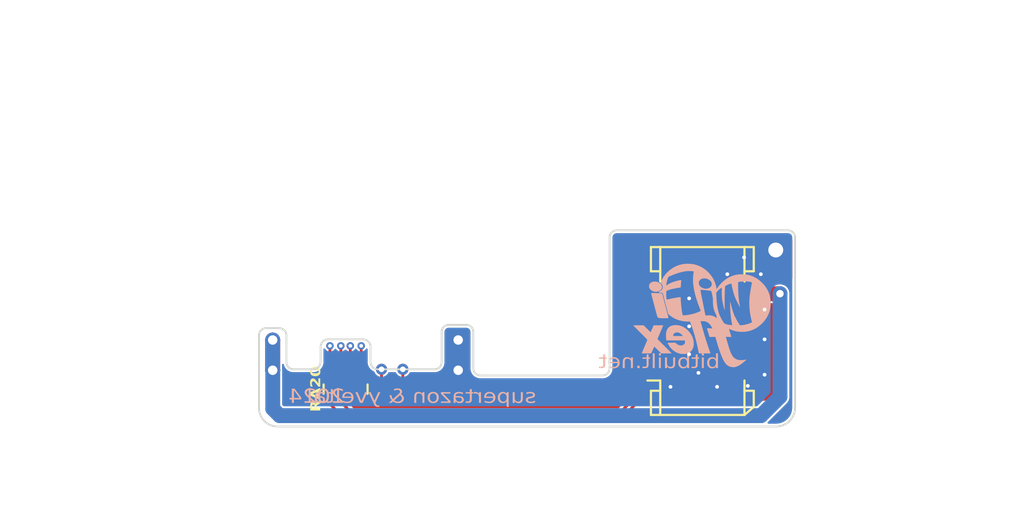
<source format=kicad_pcb>
(kicad_pcb (version 20240108) (generator "pcbnew") (generator_version "8.0")
  (layers (0 "F.Cu" signal) (31 "B.Cu" signal) (34 "B.Paste" user) (35 "F.Paste" user) (36 "B.SilkS" user "B.Silkscreen") (37 "F.SilkS" user "F.Silkscreen") (38 "B.Mask" user) (39 "F.Mask" user) (44 "Edge.Cuts" user))
  (net 0 "")
  (net 1 "GND")
  (net 2 "Net-(J1-Pin_2)")
  (net 3 "Net-(J1-Pin_3)")
  (net 6 "+3.3V")
  (net 8 "Net-(J1-Pin_5)")
  (net 9 "Net-(J1-Pin_16)")
  (net 10 "Net-(J1-Pin_17)")
  (net 11 "Net-(J1-Pin_19)")
  (net 13 "Net-(J2-Pin_6)")
  (net 14 "Net-(J2-Pin_5)")
  (net 15 "Net-(J2-Pin_4)")
  (net 16 "Net-(J2-Pin_3)")
  (footprint "Resistor_SMD:R_Array_Convex_4x0402" (layer "F.Cu") (at 159.31 77.875 90)
    (property "Reference" "RA20")
    (property "Value" "R_Pack04" (hide yes))
  )
  (footprint "Connector_Molex:Molex_SlimStack_52991-0208_2x10_P0.50mm_Vertical" (layer "F.Cu") (at 178.4604 74.7522 90)
    (property "Reference" "J1" (hide yes))
    (property "Value" "Conn_01x20_Pin" (hide yes))
  )
  (gr_poly (pts (xy 177.59169 71.139066) (xy 177.532119 71.142484) (xy 177.474643 71.148112) (xy 177.418372 71.156056) (xy 177.362414 71.166423) (xy 177.30588 71.17932) (xy 177.247878 71.194852) (xy 177.164846 71.221476) (xy 177.083194 71.253343) (xy 177.00319 71.290211) (xy 176.9251 71.331837) (xy 176.849191 71.377981) (xy 176.775728 71.4284) (xy 176.704979 71.482852) (xy 176.63721 71.541096) (xy 176.572688 71.602889) (xy 176.511678 71.667991) (xy 176.454449 71.736158) (xy 176.401265 71.80715) (xy 176.352395 71.880724) (xy 176.308103 71.956639) (xy 176.268657 72.034653) (xy 176.234323 72.114523) (xy 176.230676 72.123952) (xy 176.227274 72.133017) (xy 176.224191 72.141502) (xy 176.221502 72.149189) (xy 176.21928 72.15586) (xy 176.217601 72.161296) (xy 176.21654 72.165282) (xy 176.216263 72.166662) (xy 176.216169 72.167598) (xy 176.216214 72.16799) (xy 176.216348 72.168461) (xy 176.216568 72.169008) (xy 176.216873 72.169629) (xy 176.217726 72.17108) (xy 176.21889 72.172796) (xy 176.220346 72.174755) (xy 176.222078 72.176939) (xy 176.224068 72.179326) (xy 176.226297 72.181897) (xy 176.228749 72.184633) (xy 176.231405 72.187511) (xy 176.234248 72.190514) (xy 176.23726 72.193621) (xy 176.240424 72.196811) (xy 176.243722 72.200065) (xy 176.247135 72.203362) (xy 176.250648 72.206683) (xy 176.26238 72.218347) (xy 176.273254 72.230566) (xy 176.283256 72.243298) (xy 176.292371 72.256499) (xy 176.300585 72.270128) (xy 176.307884 72.284141) (xy 176.314253 72.298496) (xy 176.319679 72.31315) (xy 176.324146 72.328059) (xy 176.32764 72.343182) (xy 176.330148 72.358476) (xy 176.331655 72.373897) (xy 176.332146 72.389404) (xy 176.331607 72.404952) (xy 176.330025 72.4205) (xy 176.327384 72.436005) (xy 176.323984 72.450615) (xy 176.319893 72.464649) (xy 176.315094 72.478127) (xy 176.30957 72.491069) (xy 176.303307 72.503493) (xy 176.296287 72.51542) (xy 176.288494 72.526868) (xy 176.279913 72.537857) (xy 176.270527 72.548406) (xy 176.26032 72.558534) (xy 176.249275 72.568262) (xy 176.237378 72.577607) (xy 176.224611 72.58659) (xy 176.210958 72.59523) (xy 176.196404 72.603546) (xy 176.180932 72.611558) (xy 176.128856 72.637262) (xy 176.127282 72.66719) (xy 176.125708 72.697118) (xy 176.153741 72.699954) (xy 176.170217 72.701271) (xy 176.194355 72.702759) (xy 176.222908 72.704237) (xy 176.252634 72.705521) (xy 176.280378 72.706812) (xy 176.303537 72.708309) (xy 176.312641 72.709076) (xy 176.319691 72.709825) (xy 176.324384 72.710533) (xy 176.325752 72.710864) (xy 176.326418 72.711177) (xy 176.339149 72.756456) (xy 176.371653 72.877581) (xy 176.476303 73.273553) (xy 176.623263 73.833005) (xy 176.658221 73.866391) (xy 176.675651 73.882189) (xy 176.697094 73.900258) (xy 176.721545 73.919839) (xy 176.748002 73.940176) (xy 176.775461 73.960512) (xy 176.802918 73.98009) (xy 176.829371 73.998152) (xy 176.853816 74.013943) (xy 176.900041 74.041527) (xy 176.947485 74.067428) (xy 176.996075 74.091627) (xy 177.045738 74.114104) (xy 177.096404 74.13484) (xy 177.147999 74.153815) (xy 177.200451 74.17101) (xy 177.253687 74.186405) (xy 177.307637 74.19998) (xy 177.362227 74.211717) (xy 177.417384 74.221595) (xy 177.473038 74.229596) (xy 177.529114 74.235699) (xy 177.585542 74.239884) (xy 177.642249 74.242134) (xy 177.699163 74.242427) (xy 177.73377 74.242199) (xy 177.762472 74.242376) (xy 177.782282 74.242912) (xy 177.787919 74.2433) (xy 177.789507 74.243523) (xy 177.790212 74.243763) (xy 177.791646 74.246227) (xy 177.794175 74.251742) (xy 177.802125 74.270893) (xy 177.813279 74.299156) (xy 177.826852 74.33447) (xy 177.858122 74.418014) (xy 177.889663 74.505047) (xy 177.942719 74.659356) (xy 177.993408 74.81683) (xy 178.041601 74.976986) (xy 178.087166 75.139342) (xy 178.129973 75.303415) (xy 178.169891 75.468723) (xy 178.206789 75.634784) (xy 178.240538 75.801116) (xy 178.252454 75.860494) (xy 178.262902 75.908188) (xy 178.267296 75.926455) (xy 178.27099 75.94036) (xy 178.273871 75.949426) (xy 178.274972 75.951993) (xy 178.275828 75.953171) (xy 178.304501 75.955008) (xy 178.374678 75.956318) (xy 178.584206 75.957364) (xy 178.793735 75.956313) (xy 178.863913 75.955003) (xy 178.892586 75.953171) (xy 178.893045 75.952817) (xy 178.893445 75.952373) (xy 178.893785 75.951834) (xy 178.894062 75.951196) (xy 178.894277 75.950455) (xy 178.894428 75.949606) (xy 178.894515 75.948644) (xy 178.894534 75.947565) (xy 178.894487 75.946365) (xy 178.894371 75.94504) (xy 178.894185 75.943585) (xy 178.893928 75.941995) (xy 178.8936 75.940266) (xy 178.893198 75.938395) (xy 178.892171 75.934204) (xy 178.890837 75.929388) (xy 178.889187 75.923911) (xy 178.887213 75.917738) (xy 178.884904 75.910834) (xy 178.882252 75.903163) (xy 178.879247 75.89469) (xy 178.875881 75.885381) (xy 178.872143 75.8752) (xy 178.819273 75.7284) (xy 178.764749 75.569773) (xy 178.708504 75.399101) (xy 178.650471 75.216168) (xy 178.590581 75.020757) (xy 178.528767 74.812649) (xy 178.399097 74.357479) (xy 178.384402 74.303057) (xy 178.378792 74.280965) (xy 178.374372 74.262427) (xy 178.371166 74.247549) (xy 178.369199 74.236438) (xy 178.368495 74.2292) (xy 178.368624 74.227066) (xy 178.369078 74.22594) (xy 178.369484 74.225654) (xy 178.370114 74.225381) (xy 178.372037 74.22487) (xy 178.374818 74.224409) (xy 178.378431 74.223998) (xy 178.382848 74.223638) (xy 178.38804 74.22333) (xy 178.400643 74.222869) (xy 178.416016 74.222623) (xy 178.433939 74.222597) (xy 178.45419 74.222797) (xy 178.476547 74.223227) (xy 178.507657 74.224038) (xy 178.532784 74.224942) (xy 178.553153 74.226075) (xy 178.569989 74.227576) (xy 178.584518 74.22958) (xy 178.597967 74.232225) (xy 178.61156 74.235647) (xy 178.626524 74.239984) (xy 178.652568 74.248643) (xy 178.67796 74.258727) (xy 178.702703 74.270239) (xy 178.726802 74.283183) (xy 178.750261 74.297563) (xy 178.773085 74.313383) (xy 178.795277 74.330646) (xy 178.816842 74.349357) (xy 178.837784 74.36952) (xy 178.858107 74.391138) (xy 178.877816 74.414215) (xy 178.896915 74.438755) (xy 178.915407 74.464762) (xy 178.933297 74.492239) (xy 178.95059 74.521192) (xy 178.967289 74.551622) (xy 178.971651 74.560134) (xy 178.975721 74.568504) (xy 178.979408 74.576521) (xy 178.982625 74.583968) (xy 178.985282 74.590633) (xy 178.98729 74.596302) (xy 178.988023 74.598696) (xy 178.98856 74.60076) (xy 178.988891 74.602469) (xy 178.989004 74.603794) (xy 178.988996 74.604752) (xy 178.988968 74.605652) (xy 178.98891 74.606493) (xy 178.988813 74.607278) (xy 178.988667 74.608008) (xy 178.988462 74.608684) (xy 178.988336 74.609003) (xy 178.988191 74.609308) (xy 178.988027 74.609601) (xy 178.987842 74.60988) (xy 178.987636 74.610148) (xy 178.987407 74.610403) (xy 178.987155 74.610646) (xy 178.986877 74.610876) (xy 178.986573 74.611095) (xy 178.986242 74.611303) (xy 178.985882 74.611498) (xy 178.985493 74.611683) (xy 178.985072 74.611856) (xy 178.98462 74.612018) (xy 178.983614 74.612309) (xy 178.982466 74.612558) (xy 178.981166 74.612766) (xy 178.979705 74.612934) (xy 178.978074 74.613064) (xy 178.976264 74.613156) (xy 178.974264 74.613212) (xy 178.972066 74.613234) (xy 178.96966 74.613222) (xy 178.967037 74.613178) (xy 178.964187 74.613103) (xy 178.957772 74.612866) (xy 178.950338 74.61252) (xy 178.941812 74.612076) (xy 178.932118 74.611544) (xy 178.83898 74.606887) (xy 178.768713 74.604478) (xy 178.742947 74.604133) (xy 178.723847 74.604371) (xy 178.711729 74.605199) (xy 178.708387 74.605835) (xy 178.706909 74.606622) (xy 178.711662 74.627774) (xy 178.726297 74.680296) (xy 178.772691 74.837772) (xy 178.821044 74.99568) (xy 178.838129 75.048744) (xy 178.846312 75.070653) (xy 178.846732 75.070897) (xy 178.847511 75.071124) (xy 178.850118 75.071525) (xy 178.854073 75.071856) (xy 178.859314 75.072119) (xy 178.873414 75.072438) (xy 178.891936 75.072484) (xy 178.914394 75.07226) (xy 178.940305 75.071766) (xy 178.969186 75.071006) (xy 179.000551 75.069981) (xy 179.059119 75.068263) (xy 179.107815 75.06753) (xy 179.14156 75.067812) (xy 179.15124 75.068342) (xy 179.154004 75.068705) (xy 179.155279 75.069135) (xy 179.155906 75.070067) (xy 179.156771 75.071904) (xy 179.157859 75.074596) (xy 179.159154 75.078094) (xy 179.162304 75.087313) (xy 179.166098 75.099166) (xy 179.170413 75.11326) (xy 179.175127 75.129203) (xy 179.180116 75.1466) (xy 179.185257 75.165057) (xy 179.262574 75.436559) (xy 179.337478 75.678825) (xy 179.410184 75.892386) (xy 179.480909 76.077768) (xy 179.549866 76.235502) (xy 179.58375 76.304165) (xy 179.617272 76.366114) (xy 179.65046 76.421416) (xy 179.683341 76.470135) (xy 179.715942 76.512338) (xy 179.748289 76.548091) (xy 179.764128 76.563451) (xy 179.780359 76.577925) (xy 179.797004 76.591523) (xy 179.814083 76.604255) (xy 179.831618 76.616131) (xy 179.849629 76.62716) (xy 179.868138 76.637352) (xy 179.887165 76.646717) (xy 179.906732 76.655264) (xy 179.926859 76.663004) (xy 179.947567 76.669946) (xy 179.968878 76.6761) (xy 179.990812 76.681476) (xy 180.013391 76.686083) (xy 180.036635 76.689931) (xy 180.060566 76.693029) (xy 180.079932 76.694995) (xy 180.098183 76.696404) (xy 180.115473 76.697257) (xy 180.131953 76.697555) (xy 180.147779 76.697297) (xy 180.163102 76.696483) (xy 180.178078 76.695114) (xy 180.192857 76.693189) (xy 180.192862 76.693175) (xy 180.203131 76.691509) (xy 180.213546 76.689559) (xy 180.224107 76.687324) (xy 180.234812 76.684805) (xy 180.245658 76.682003) (xy 180.256643 76.678919) (xy 180.279026 76.671905) (xy 180.301944 76.663769) (xy 180.325384 76.654515) (xy 180.349329 76.644148) (xy 180.373765 76.632674) (xy 180.398397 76.620356) (xy 180.422509 76.607636) (xy 180.446266 76.594392) (xy 180.469836 76.5805) (xy 180.493385 76.565837) (xy 180.51708 76.550279) (xy 180.541088 76.533704) (xy 180.565575 76.515987) (xy 180.590709 76.497005) (xy 180.616656 76.476636) (xy 180.643583 76.454756) (xy 180.671657 76.43124) (xy 180.731913 76.378812) (xy 180.798758 76.318365) (xy 180.805589 76.311943) (xy 180.811812 76.305796) (xy 180.817299 76.300071) (xy 180.821927 76.294913) (xy 180.823879 76.292592) (xy 180.825569 76.290467) (xy 180.826981 76.288557) (xy 180.8281 76.28688) (xy 180.82891 76.285453) (xy 180.829396 76.284296) (xy 180.829512 76.283824) (xy 180.82954 76.283426) (xy 180.82948 76.283104) (xy 180.829329 76.282862) (xy 180.829093 76.282671) (xy 180.82878 76.282506) (xy 180.828392 76.282365) (xy 180.827933 76.282247) (xy 180.826805 76.282084) (xy 180.825415 76.282014) (xy 180.82378 76.282035) (xy 180.821918 76.282144) (xy 180.819847 76.282338) (xy 180.817584 76.282616) (xy 180.815148 76.282976) (xy 180.812555 76.283414) (xy 180.809825 76.283929) (xy 180.806973 76.284518) (xy 180.804019 76.285178) (xy 180.80098 76.285909) (xy 180.797873 76.286706) (xy 180.794717 76.287568) (xy 180.778024 76.291819) (xy 180.759341 76.2958) (xy 180.738945 76.299491) (xy 180.717115 76.302874) (xy 180.670259 76.308635) (xy 180.620994 76.312926) (xy 180.571537 76.31559) (xy 180.524109 76.316472) (xy 180.501849 76.316196) (xy 180.480929 76.315415) (xy 180.461626 76.314111) (xy 180.444216 76.312263) (xy 180.426063 76.30961) (xy 180.408167 76.3064) (xy 180.39052 76.302628) (xy 180.373113 76.298291) (xy 180.355937 76.293386) (xy 180.338984 76.287908) (xy 180.322246 76.281854) (xy 180.305713 76.27522) (xy 180.289377 76.268003) (xy 180.273229 76.260199) (xy 180.257261 76.251805) (xy 180.241464 76.242816) (xy 180.225829 76.23323) (xy 180.210348 76.223041) (xy 180.195012 76.212248) (xy 180.179812 76.200846) (xy 180.16836 76.191737) (xy 180.15745 76.182523) (xy 180.147019 76.173122) (xy 180.137004 76.163446) (xy 180.127341 76.153413) (xy 180.117968 76.142936) (xy 180.108821 76.131932) (xy 180.099836 76.120316) (xy 180.09095 76.108003) (xy 180.082101 76.094908) (xy 180.073225 76.080947) (xy 180.064258 76.066034) (xy 180.055138 76.050086) (xy 180.0458 76.033017) (xy 180.036183 76.014743) (xy 180.026222 75.995178) (xy 180.001283 75.942403) (xy 179.975381 75.881722) (xy 179.948782 75.813894) (xy 179.921753 75.739676) (xy 179.894561 75.659825) (xy 179.867472 75.575099) (xy 179.840753 75.486255) (xy 179.81467 75.394051) (xy 179.781018 75.273692) (xy 179.751054 75.17009) (xy 179.745625 75.151511) (xy 179.740682 75.133863) (xy 179.736324 75.117553) (xy 179.732651 75.102991) (xy 179.729762 75.090586) (xy 179.727756 75.080746) (xy 179.726734 75.07388) (xy 179.726622 75.07169) (xy 179.726794 75.070397) (xy 179.72705 75.069793) (xy 179.727342 75.069222) (xy 179.727675 75.068684) (xy 179.728053 75.068178) (xy 179.728481 75.067704) (xy 179.728962 75.067262) (xy 179.7295 75.066851) (xy 179.730099 75.066471) (xy 179.730764 75.06612) (xy 179.731498 75.0658) (xy 179.732306 75.065509) (xy 179.733192 75.065247) (xy 179.734159 75.065013) (xy 179.735213 75.064807) (xy 179.736356 75.064629) (xy 179.737593 75.064478) (xy 179.738929 75.064354) (xy 179.740367 75.064256) (xy 179.741911 75.064184) (xy 179.743565 75.064137) (xy 179.745334 75.064116) (xy 179.747221 75.064119) (xy 179.751368 75.064196) (xy 179.756038 75.064367) (xy 179.761264 75.064627) (xy 179.767078 75.064974) (xy 179.773513 75.065402) (xy 179.798287 75.066839) (xy 179.83348 75.068514) (xy 179.874404 75.070217) (xy 179.916373 75.071741) (xy 179.970319 75.073298) (xy 179.987812 75.073458) (xy 180.000154 75.073139) (xy 180.004669 75.072784) (xy 180.008225 75.07229) (xy 180.010933 75.071651) (xy 180.012903 75.070862) (xy 180.014244 75.069914) (xy 180.015066 75.068803) (xy 180.015478 75.067521) (xy 180.015591 75.066064) (xy 180.012324 75.05295) (xy 180.003274 75.021156) (xy 179.972342 74.916612) (xy 179.931829 74.78259) (xy 179.890765 74.649249) (xy 179.89041 74.647987) (xy 179.890161 74.646821) (xy 179.890021 74.645751) (xy 179.88999 74.644778) (xy 179.890017 74.644327) (xy 179.890071 74.643901) (xy 179.890154 74.643499) (xy 179.890266 74.643121) (xy 179.890406 74.642767) (xy 179.890575 74.642438) (xy 179.890773 74.642134) (xy 179.891 74.641853) (xy 179.891257 74.641597) (xy 179.891544 74.641366) (xy 179.89186 74.641159) (xy 179.892207 74.640977) (xy 179.892584 74.640819) (xy 179.892992 74.640686) (xy 179.89343 74.640578) (xy 179.893899 74.640494) (xy 179.894931 74.640401) (xy 179.896088 74.640407) (xy 179.897374 74.640512) (xy 179.898788 74.640718) (xy 179.900334 74.641023) (xy 179.902012 74.641428) (xy 179.903824 74.641935) (xy 179.905772 74.642542) (xy 179.907857 74.64325) (xy 179.910081 74.644059) (xy 179.912446 74.644971) (xy 179.914953 74.645984) (xy 179.917603 74.6471) (xy 179.920399 74.648318) (xy 179.923342 74.649639) (xy 179.926434 74.651062) (xy 179.929675 74.65259) (xy 179.933069 74.654221) (xy 179.940317 74.657795) (xy 179.962094 74.668321) (xy 179.984849 74.678607) (xy 180.008518 74.688632) (xy 180.033038 74.698379) (xy 180.058343 74.707826) (xy 180.08437 74.716956) (xy 180.138329 74.734185) (xy 180.1944 74.749911) (xy 180.252068 74.76398) (xy 180.310817 74.776237) (xy 180.370133 74.786528) (xy 180.388571 74.788932) (xy 180.410626 74.791015) (xy 180.463516 74.794223) (xy 180.524663 74.79615) (xy 180.589926 74.796797) (xy 180.655166 74.796162) (xy 180.716242 74.794246) (xy 180.769014 74.791049) (xy 180.790992 74.788969) (xy 180.809341 74.786568) (xy 180.862328 74.777468) (xy 180.91414 74.766923) (xy 180.964836 74.754906) (xy 181.014475 74.741389) (xy 181.063117 74.726347) (xy 181.11082 74.709753) (xy 181.157645 74.69158) (xy 181.20365 74.671801) (xy 181.248895 74.650389) (xy 181.293439 74.627318) (xy 181.337341 74.60256) (xy 181.38066 74.57609) (xy 181.423455 74.547881) (xy 181.465787 74.517905) (xy 181.507714 74.486136) (xy 181.549295 74.452547) (xy 181.586599 74.420549) (xy 181.623123 74.387357) (xy 181.658811 74.35303) (xy 181.693609 74.317624) (xy 181.727461 74.281199) (xy 181.729281 74.279127) (xy 181.12155 74.279127) (xy 181.121511 74.279851) (xy 181.121392 74.280577) (xy 181.12119 74.281308) (xy 181.120901 74.282046) (xy 181.120523 74.282793) (xy 181.120052 74.28355) (xy 181.119485 74.28432) (xy 181.118819 74.285104) (xy 181.11805 74.285904) (xy 181.117175 74.286723) (xy 181.116192 74.287562) (xy 181.115096 74.288423) (xy 181.113885 74.289308) (xy 181.112555 74.29022) (xy 181.111103 74.291159) (xy 181.109526 74.292128) (xy 181.107822 74.293129) (xy 181.105985 74.294164) (xy 181.104014 74.295235) (xy 181.101905 74.296343) (xy 181.09726 74.29868) (xy 181.092025 74.301191) (xy 181.086173 74.303891) (xy 181.07968 74.306795) (xy 181.072519 74.30992) (xy 181.064664 74.313281) (xy 181.007218 74.336569) (xy 180.950339 74.357363) (xy 180.893281 74.375858) (xy 180.835297 74.392251) (xy 180.775639 74.406739) (xy 180.713561 74.419516) (xy 180.648315 74.430779) (xy 180.579154 74.440724) (xy 180.575101 74.441129) (xy 180.56965 74.441483) (xy 180.563039 74.441778) (xy 180.555507 74.442009) (xy 180.547293 74.442171) (xy 180.538636 74.442257) (xy 180.529774 74.442262) (xy 180.520946 74.442178) (xy 180.478612 74.441552) (xy 180.439719 74.383343) (xy 180.402873 74.326461) (xy 180.365149 74.265002) (xy 180.327491 74.200686) (xy 180.29084 74.135235) (xy 180.25614 74.070371) (xy 180.224332 74.007814) (xy 180.19636 73.949287) (xy 180.173166 73.89651) (xy 180.152 73.84353) (xy 180.130762 73.786317) (xy 180.109451 73.724869) (xy 180.088066 73.659188) (xy 180.066609 73.589272) (xy 180.045078 73.515121) (xy 180.023474 73.436735) (xy 180.001797 73.354114) (xy 179.976777 73.257134) (xy 179.968696 73.226918) (xy 179.962873 73.206613) (xy 179.958788 73.194516) (xy 179.957234 73.191013) (xy 179.955919 73.188924) (xy 179.954778 73.188036) (xy 179.953746 73.188136) (xy 179.952758 73.18901) (xy 179.951749 73.190446) (xy 179.950618 73.194268) (xy 179.949644 73.201711) (xy 179.948167 73.226261) (xy 179.947313 73.261697) (xy 179.947079 73.305618) (xy 179.94746 73.355625) (xy 179.948454 73.409317) (xy 179.950055 73.464294) (xy 179.952261 73.518156) (xy 179.959241 73.644166) (xy 179.967917 73.766546) (xy 179.978143 73.884013) (xy 179.989773 73.995281) (xy 180.002659 74.099065) (xy 180.016655 74.19408) (xy 180.031615 74.279041) (xy 180.047393 74.352664) (xy 180.053537 74.378955) (xy 180.058568 74.401592) (xy 180.061968 74.41816) (xy 180.062894 74.423414) (xy 180.063217 74.426246) (xy 180.062754 74.427819) (xy 180.061394 74.429206) (xy 180.059174 74.430412) (xy 180.056134 74.431439) (xy 180.047752 74.432972) (xy 180.036561 74.433835) (xy 180.022875 74.434055) (xy 180.007008 74.433661) (xy 179.989274 74.432681) (xy 179.969987 74.431144) (xy 179.949461 74.429077) (xy 179.928009 74.426511) (xy 179.905946 74.423472) (xy 179.883585 74.41999) (xy 179.86124 74.416092) (xy 179.839226 74.411808) (xy 179.817856 74.407165) (xy 179.797444 74.402191) (xy 179.765245 74.393344) (xy 179.73602 74.384234) (xy 179.722544 74.379591) (xy 179.709839 74.374894) (xy 179.697912 74.370148) (xy 179.686774 74.365357) (xy 179.676434 74.360524) (xy 179.666899 74.355654) (xy 179.658179 74.350751) (xy 179.650284 74.345819) (xy 179.643222 74.340861) (xy 179.637002 74.335882) (xy 179.631633 74.330887) (xy 179.627125 74.325878) (xy 179.613033 74.307711) (xy 179.59797 74.286753) (xy 179.582099 74.263301) (xy 179.565582 74.237654) (xy 179.531264 74.180972) (xy 179.496324 74.119094) (xy 179.462067 74.05441) (xy 179.457362 74.044916) (xy 179.232423 74.044916) (xy 179.232394 74.045967) (xy 179.232309 74.046937) (xy 179.232167 74.047824) (xy 179.231966 74.048628) (xy 179.231708 74.049351) (xy 179.231391 74.049991) (xy 179.231211 74.05028) (xy 179.231016 74.050549) (xy 179.230806 74.050796) (xy 179.230581 74.051024) (xy 179.230342 74.05123) (xy 179.230087 74.051416) (xy 179.229818 74.051581) (xy 179.229533 74.051726) (xy 179.229233 74.05185) (xy 179.228919 74.051953) (xy 179.228589 74.052035) (xy 179.228244 74.052097) (xy 179.227508 74.052157) (xy 179.22671 74.052135) (xy 179.225851 74.05203) (xy 179.22493 74.051841) (xy 179.223946 74.051569) (xy 179.222899 74.051214) (xy 179.221789 74.050775) (xy 179.220616 74.050252) (xy 179.219378 74.049645) (xy 179.218076 74.048955) (xy 179.21671 74.048181) (xy 179.215278 74.047323) (xy 179.21378 74.04638) (xy 179.212217 74.045354) (xy 179.210588 74.044243) (xy 179.208892 74.043048) (xy 179.207129 74.041768) (xy 179.205298 74.040404) (xy 179.2034 74.038955) (xy 179.201434 74.037422) (xy 179.201436 74.037423) (xy 179.191257 74.029844) (xy 179.17855 74.021082) (xy 179.163949 74.011528) (xy 179.148091 74.001573) (xy 179.131608 73.991607) (xy 179.115136 73.982022) (xy 179.099309 73.973208) (xy 179.084761 73.965557) (xy 179.076745 73.961642) (xy 179.068329 73.957815) (xy 179.05954 73.954083) (xy 179.050404 73.950456) (xy 179.040948 73.94694) (xy 179.0312 73.943543) (xy 179.010931 73.93714) (xy 178.989811 73.93131) (xy 178.968054 73.926117) (xy 178.945875 73.921622) (xy 178.923487 73.917891) (xy 178.896478 73.914718) (xy 178.864603 73.912334) (xy 178.829639 73.910756) (xy 178.793362 73.909999) (xy 178.757546 73.910081) (xy 178.72397 73.911019) (xy 178.694407 73.912828) (xy 178.681687 73.914065) (xy 178.670636 73.915525) (xy 178.663053 73.916597) (xy 178.655806 73.91742) (xy 178.649063 73.91799) (xy 178.642997 73.918301) (xy 178.637779 73.918348) (xy 178.635541 73.91827) (xy 178.63358 73.918125) (xy 178.631915 73.91791) (xy 178.63057 73.917626) (xy 178.629565 73.917272) (xy 178.628921 73.916848) (xy 178.584358 73.707692) (xy 178.575647 73.664689) (xy 178.368936 73.664689) (xy 178.36814 73.666399) (xy 178.36637 73.66845) (xy 178.360069 73.673499) (xy 178.350356 73.679695) (xy 178.337554 73.686896) (xy 178.321984 73.694961) (xy 178.30397 73.703747) (xy 178.261898 73.72292) (xy 178.213916 73.743281) (xy 178.162607 73.763698) (xy 178.110548 73.783039) (xy 178.085044 73.791952) (xy 178.060321 73.800171) (xy 177.985873 73.822341) (xy 177.905425 73.842958) (xy 177.821655 73.861553) (xy 177.737237 73.877658) (xy 177.654847 73.890803) (xy 177.57716 73.900518) (xy 177.506853 73.906335) (xy 177.475303 73.907635) (xy 177.446601 73.907785) (xy 177.404382 73.907093) (xy 177.395243 73.867706) (xy 177.379513 73.788921) (xy 177.363351 73.688685) (xy 177.347537 73.573954) (xy 177.33285 73.451685) (xy 177.32007 73.328834) (xy 177.309977 73.212359) (xy 177.303349 73.109215) (xy 177.300966 73.02636) (xy 177.300903 72.993523) (xy 177.300706 72.980311) (xy 177.300292 72.969044) (xy 177.299582 72.959579) (xy 177.298498 72.951774) (xy 177.29779 72.948448) (xy 177.29696 72.945484) (xy 177.295995 72.942863) (xy 177.294888 72.940567) (xy 177.293628 72.938578) (xy 177.292204 72.936879) (xy 177.290608 72.935451) (xy 177.288828 72.934276) (xy 177.286857 72.933338) (xy 177.284682 72.932616) (xy 177.282295 72.932095) (xy 177.279685 72.931756) (xy 177.27376 72.931551) (xy 177.266825 72.931858) (xy 177.249614 72.933438) (xy 177.191767 72.939916) (xy 177.12892 72.948395) (xy 177.06156 72.958786) (xy 176.990174 72.971003) (xy 176.915248 72.98496) (xy 176.837268 73.000567) (xy 176.756722 73.01774) (xy 176.674096 73.036391) (xy 176.6285 73.046674) (xy 176.590269 73.054753) (xy 176.563413 73.059818) (xy 176.555502 73.060968) (xy 176.553145 73.061152) (xy 176.551938 73.06106) (xy 176.551173 73.06058) (xy 176.550373 73.059721) (xy 176.549539 73.058497) (xy 176.548674 73.056919) (xy 176.546863 73.052759) (xy 176.544963 73.047346) (xy 176.542995 73.040784) (xy 176.540981 73.033179) (xy 176.538942 73.024636) (xy 176.536902 73.015259) (xy 176.534881 73.005154) (xy 176.532902 72.994426) (xy 176.530986 72.983179) (xy 176.529155 72.971519) (xy 176.527432 72.95955) (xy 176.525837 72.947378) (xy 176.524394 72.935107) (xy 176.523123 72.922843) (xy 176.521256 72.890606) (xy 176.5204 72.847039) (xy 176.520445 72.796796) (xy 176.521285 72.744535) (xy 176.522811 72.694909) (xy 176.524915 72.652575) (xy 176.527489 72.622188) (xy 176.528919 72.612929) (xy 176.530425 72.608404) (xy 176.531253 72.607487) (xy 176.532379 72.606465) (xy 176.535487 72.604122) (xy 176.539669 72.601411) (xy 176.544844 72.59837) (xy 176.550933 72.595036) (xy 176.557856 72.591447) (xy 176.573881 72.583656) (xy 176.592279 72.575296) (xy 176.612409 72.566668) (xy 176.63363 72.558072) (xy 176.655302 72.549811) (xy 176.701803 72.534156) (xy 176.75763 72.517879) (xy 176.821046 72.50137) (xy 176.890317 72.485021) (xy 176.963707 72.469222) (xy 177.039481 72.454366) (xy 177.115904 72.440842) (xy 177.19124 72.429041) (xy 177.232086 72.42289) (xy 177.265987 72.417401) (xy 177.289413 72.413172) (xy 177.296095 72.411717) (xy 177.298834 72.410802) (xy 177.299178 72.409786) (xy 177.299587 72.407408) (xy 177.300576 72.398847) (xy 177.30176 72.385694) (xy 177.303096 72.368521) (xy 177.306056 72.324407) (xy 177.309119 72.27109) (xy 177.31264 72.214252) (xy 177.316848 72.160552) (xy 177.321215 72.116039) (xy 177.323292 72.099117) (xy 177.325211 72.08676) (xy 177.329763 72.062428) (xy 177.332854 72.044602) (xy 177.33374 72.037822) (xy 177.33413 72.032303) (xy 177.334124 72.029978) (xy 177.333977 72.027922) (xy 177.333684 72.02612) (xy 177.333239 72.024557) (xy 177.332637 72.023217) (xy 177.331872 72.022086) (xy 177.330938 72.021147) (xy 177.32983 72.020386) (xy 177.328543 72.019788) (xy 177.327071 72.019336) (xy 177.32355 72.018814) (xy 177.319223 72.018698) (xy 177.314046 72.018865) (xy 177.300966 72.019562) (xy 177.273248 72.021633) (xy 177.242777 72.025349) (xy 177.209882 72.030614) (xy 177.17489 72.037328) (xy 177.138131 72.045395) (xy 177.099931 72.054717) (xy 177.020525 72.076732) (xy 176.939298 72.102592) (xy 176.858875 72.131514) (xy 176.819786 72.146878) (xy 176.781883 72.162715) (xy 176.745493 72.178926) (xy 176.710946 72.195413) (xy 176.695092 72.203483) (xy 176.678422 72.212371) (xy 176.661437 72.221784) (xy 176.644634 72.231432) (xy 176.628514 72.241023) (xy 176.613574 72.250264) (xy 176.600316 72.258864) (xy 176.589237 72.266532) (xy 176.579519 72.273452) (xy 176.570162 72.27991) (xy 176.561392 72.285764) (xy 176.553433 72.290872) (xy 176.546511 72.295094) (xy 176.540853 72.298288) (xy 176.538568 72.299455) (xy 176.536683 72.300312) (xy 176.535227 72.300841) (xy 176.534228 72.301024) (xy 176.533679 72.300999) (xy 176.533161 72.300913) (xy 176.532672 72.300763) (xy 176.532438 72.300663) (xy 176.532212 72.300544) (xy 176.531993 72.300408) (xy 176.531781 72.300252) (xy 176.531576 72.300078) (xy 176.531379 72.299883) (xy 176.531005 72.299433) (xy 176.530659 72.298897) (xy 176.530341 72.298272) (xy 176.53005 72.297552) (xy 176.529785 72.296735) (xy 176.529547 72.295815) (xy 176.529335 72.294788) (xy 176.529149 72.293651) (xy 176.528988 72.292399) (xy 176.528853 72.291028) (xy 176.528741 72.289534) (xy 176.528655 72.287912) (xy 176.528592 72.286159) (xy 176.528552 72.28427) (xy 176.528536 72.282241) (xy 176.528543 72.280067) (xy 176.528572 72.277745) (xy 176.528623 72.275271) (xy 176.528791 72.269848) (xy 176.529042 72.263763) (xy 176.529375 72.256985) (xy 176.529786 72.249479) (xy 176.531065 72.232294) (xy 176.532988 72.214074) (xy 176.535533 72.194911) (xy 176.538677 72.174897) (xy 176.546673 72.132684) (xy 176.556797 72.088171) (xy 176.568867 72.042095) (xy 176.582703 71.995192) (xy 176.598124 71.948199) (xy 176.614951 71.901852) (xy 176.637277 71.843343) (xy 176.716445 71.807961) (xy 176.835065 71.756826) (xy 176.950647 71.710812) (xy 177.063259 71.6699) (xy 177.172967 71.634069) (xy 177.279835 71.6033) (xy 177.383931 71.57757) (xy 177.485321 71.556862) (xy 177.584071 71.541152) (xy 177.609136 71.538242) (xy 177.636952 71.535874) (xy 177.698536 71.532709) (xy 177.764229 71.53154) (xy 177.829436 71.53225) (xy 177.889561 71.534724) (xy 177.940011 71.538843) (xy 177.960171 71.541483) (xy 177.976189 71.544492) (xy 177.987491 71.547853) (xy 177.991194 71.549662) (xy 177.993502 71.551553) (xy 177.993783 71.551951) (xy 177.99404 71.55243) (xy 177.994274 71.55299) (xy 177.994485 71.55363) (xy 177.994836 71.555145) (xy 177.995093 71.556967) (xy 177.995258 71.559089) (xy 177.99533 71.561502) (xy 177.995311 71.564198) (xy 177.995199 71.56717) (xy 177.994997 71.57041) (xy 177.994703 71.57391) (xy 177.994319 71.577662) (xy 177.993845 71.581658) (xy 177.993281 71.58589) (xy 177.992628 71.590351) (xy 177.991886 71.595032) (xy 177.991056 71.599927) (xy 177.975898 71.700291) (xy 177.965327 71.802239) (xy 177.959386 71.906019) (xy 177.958118 72.011881) (xy 177.961565 72.120074) (xy 177.969771 72.230846) (xy 177.982777 72.344446) (xy 178.000627 72.461124) (xy 178.023363 72.58113) (xy 178.051028 72.704711) (xy 178.083665 72.832117) (xy 178.121316 72.963597) (xy 178.164024 73.0994) (xy 178.211832 73.239775) (xy 178.264783 73.384972) (xy 178.322919 73.535238) (xy 178.341333 73.582661) (xy 178.356148 73.622876) (xy 178.361733 73.638953) (xy 178.365852 73.651634) (xy 178.368316 73.66039) (xy 178.368868 73.663129) (xy 178.368936 73.664689) (xy 178.575647 73.664689) (xy 178.491946 73.251513) (xy 178.400617 72.79213) (xy 178.3593 72.573357) (xy 178.359347 72.571524) (xy 178.359484 72.569651) (xy 178.359708 72.567751) (xy 178.360012 72.565838) (xy 178.360394 72.563925) (xy 178.360848 72.562026) (xy 178.361369 72.560154) (xy 178.361953 72.558324) (xy 178.362595 72.556548) (xy 178.36329 72.554841) (xy 178.364035 72.553216) (xy 178.364824 72.551687) (xy 178.365653 72.550266) (xy 178.366516 72.548969) (xy 178.36741 72.547808) (xy 178.36833 72.546797) (xy 178.36926 72.545927) (xy 178.37026 72.545116) (xy 178.371349 72.544363) (xy 178.372542 72.543669) (xy 178.373857 72.543035) (xy 178.375309 72.54246) (xy 178.376914 72.541945) (xy 178.378691 72.54149) (xy 178.380654 72.541096) (xy 178.382821 72.540762) (xy 178.385208 72.54049) (xy 178.387832 72.540278) (xy 178.390709 72.540129) (xy 178.393855 72.540041) (xy 178.397287 72.540016) (xy 178.401022 72.540053) (xy 178.409466 72.540316) (xy 178.419318 72.540832) (xy 178.430711 72.541604) (xy 178.443776 72.542634) (xy 178.458646 72.543925) (xy 178.475453 72.545478) (xy 178.515404 72.549382) (xy 178.652987 72.562929) (xy 178.760459 72.574045) (xy 178.842027 72.583821) (xy 178.872515 72.588129) (xy 178.89583 72.59201) (xy 178.911739 72.595432) (xy 178.916843 72.596961) (xy 178.920008 72.598365) (xy 178.922499 72.599951) (xy 178.924882 72.601611) (xy 178.927168 72.603381) (xy 178.929367 72.605299) (xy 178.931491 72.6074) (xy 178.93355 72.609722) (xy 178.935556 72.6123) (xy 178.937518 72.615171) (xy 178.939449 72.618372) (xy 178.941359 72.62194) (xy 178.943258 72.62591) (xy 178.945158 72.630319) (xy 178.94707 72.635204) (xy 178.949004 72.640601) (xy 178.950971 72.646547) (xy 178.952983 72.653079) (xy 178.95505 72.660232) (xy 178.957182 72.668044) (xy 178.959392 72.67655) (xy 178.961689 72.685788) (xy 178.96659 72.706604) (xy 178.971973 72.730783) (xy 178.977925 72.758619) (xy 178.984532 72.790402) (xy 178.991881 72.826425) (xy 179.000061 72.86698) (xy 179.02605 72.996326) (xy 179.026066 73.128918) (xy 179.026318 73.179347) (xy 179.027111 73.224483) (xy 179.028523 73.265489) (xy 179.030632 73.303531) (xy 179.033516 73.339775) (xy 179.037255 73.375384) (xy 179.041927 73.411525) (xy 179.047609 73.449363) (xy 179.056084 73.498794) (xy 179.065224 73.543792) (xy 179.070177 73.565049) (xy 179.075458 73.585703) (xy 179.081118 73.60592) (xy 179.087213 73.625869) (xy 179.093795 73.645718) (xy 179.100918 73.665635) (xy 179.108635 73.685787) (xy 179.117001 73.706344) (xy 179.135889 73.74934) (xy 179.158011 73.795967) (xy 179.17267 73.826167) (xy 179.184124 73.850476) (xy 179.192962 73.870529) (xy 179.196583 73.879471) (xy 179.199771 73.887962) (xy 179.202599 73.896208) (xy 179.20514 73.904412) (xy 179.207467 73.912779) (xy 179.209655 73.921514) (xy 179.213906 73.940904) (xy 179.21848 73.964218) (xy 179.223894 73.993171) (xy 179.228327 74.018036) (xy 179.231323 74.036168) (xy 179.232138 74.04188) (xy 179.232423 74.044916) (xy 179.457362 74.044916) (xy 179.4298 73.989308) (xy 179.400829 73.926177) (xy 179.387987 73.896097) (xy 179.376459 73.867405) (xy 179.358673 73.819195) (xy 179.341945 73.768991) (xy 179.326257 73.716669) (xy 179.311589 73.662107) (xy 179.297923 73.605182) (xy 179.285239 73.545769) (xy 179.273517 73.483746) (xy 179.262739 73.41899) (xy 179.252885 73.351378) (xy 179.243936 73.280785) (xy 179.235874 73.20709) (xy 179.228678 73.130168) (xy 179.216809 72.966154) (xy 179.208177 72.787756) (xy 179.204653 72.695003) (xy 179.238021 72.652819) (xy 179.254701 72.632259) (xy 179.271865 72.612128) (xy 179.289435 72.592506) (xy 179.307332 72.573477) (xy 179.325475 72.555123) (xy 179.343785 72.537525) (xy 179.362184 72.520767) (xy 179.380592 72.504931) (xy 179.397809 72.490994) (xy 179.415689 72.477296) (xy 179.433486 72.464335) (xy 179.450456 72.452612) (xy 179.465855 72.442625) (xy 179.478939 72.434873) (xy 179.48438 72.431991) (xy 179.488963 72.429856) (xy 179.492595 72.428529) (xy 179.495183 72.428072) (xy 179.495717 72.428182) (xy 179.496225 72.428522) (xy 179.496707 72.42911) (xy 179.497165 72.429962) (xy 179.497598 72.431097) (xy 179.498007 72.43253) (xy 179.498394 72.43428) (xy 179.498758 72.436362) (xy 179.49942 72.441595) (xy 179.5 72.448366) (xy 179.500502 72.456811) (xy 179.500931 72.467068) (xy 179.501291 72.479272) (xy 179.501587 72.493562) (xy 179.501825 72.510073) (xy 179.502009 72.528943) (xy 179.502234 72.574306) (xy 179.5023 72.630744) (xy 179.502789 72.722465) (xy 179.504379 72.803885) (xy 179.507259 72.877398) (xy 179.511614 72.945397) (xy 179.517632 73.010275) (xy 179.525498 73.074424) (xy 179.535401 73.140239) (xy 179.547527 73.210112) (xy 179.558986 73.267023) (xy 179.573696 73.331697) (xy 179.59044 73.399656) (xy 179.608003 73.466419) (xy 179.625166 73.527507) (xy 179.640713 73.57844) (xy 179.653429 73.61474) (xy 179.658344 73.626002) (xy 179.662095 73.631926) (xy 179.662428 73.632197) (xy 179.662743 73.632335) (xy 179.663042 73.632342) (xy 179.663323 73.632217) (xy 179.663587 73.631959) (xy 179.663834 73.631569) (xy 179.664064 73.631045) (xy 179.664277 73.630388) (xy 179.664473 73.629597) (xy 179.664651 73.628671) (xy 179.664957 73.626418) (xy 179.665196 73.623623) (xy 179.665366 73.620286) (xy 179.665468 73.616402) (xy 179.665502 73.611971) (xy 179.665469 73.606988) (xy 179.665368 73.601452) (xy 179.665199 73.595359) (xy 179.664963 73.588708) (xy 179.66466 73.581495) (xy 179.66429 73.573718) (xy 179.662788 73.524844) (xy 179.661051 73.438714) (xy 179.657736 73.203301) (xy 179.656664 72.989552) (xy 179.658853 72.806035) (xy 179.661289 72.720361) (xy 179.664684 72.635943) (xy 179.674538 72.462468) (xy 179.682261 72.346051) (xy 179.696791 72.334214) (xy 179.701126 72.331039) (xy 179.707311 72.327029) (xy 179.724366 72.316948) (xy 179.746233 72.304866) (xy 179.771188 72.291676) (xy 179.797509 72.278272) (xy 179.823471 72.265549) (xy 179.84735 72.2544) (xy 179.867425 72.245719) (xy 179.883191 72.239821) (xy 179.902583 72.233338) (xy 179.924088 72.226692) (xy 179.94619 72.220307) (xy 179.967376 72.214604) (xy 179.986132 72.210007) (xy 180.000942 72.206939) (xy 180.006395 72.20611) (xy 180.010294 72.205822) (xy 180.011026 72.205858) (xy 180.011735 72.205972) (xy 180.012424 72.206169) (xy 180.013095 72.206458) (xy 180.013424 72.206639) (xy 180.01375 72.206846) (xy 180.014392 72.20734) (xy 180.015023 72.207948) (xy 180.015645 72.208676) (xy 180.01626 72.209532) (xy 180.016871 72.210523) (xy 180.01748 72.211656) (xy 180.018089 72.21294) (xy 180.018701 72.21438) (xy 180.019317 72.215984) (xy 180.01994 72.21776) (xy 180.020573 72.219715) (xy 180.021217 72.221856) (xy 180.021875 72.22419) (xy 180.022549 72.226724) (xy 180.023241 72.229467) (xy 180.023954 72.232424) (xy 180.02469 72.235604) (xy 180.02545 72.239013) (xy 180.026238 72.242659) (xy 180.027906 72.250692) (xy 180.02971 72.259758) (xy 180.031669 72.269918) (xy 180.0338 72.281229) (xy 180.054171 72.384208) (xy 180.07618 72.483867) (xy 180.099804 72.580124) (xy 180.12502 72.672897) (xy 180.151803 72.762104) (xy 180.180131 72.847663) (xy 180.20998 72.929493) (xy 180.241327 73.00751) (xy 180.262494 73.055342) (xy 180.289106 73.111841) (xy 180.319526 73.173824) (xy 180.352118 73.238111) (xy 180.385242 73.301519) (xy 180.417263 73.360867) (xy 180.446542 73.412973) (xy 180.471443 73.454656) (xy 180.4749 73.460069) (xy 180.477885 73.464457) (xy 180.4792 73.466239) (xy 180.480395 73.467733) (xy 180.481471 73.468926) (xy 180.482427 73.46981) (xy 180.483262 73.470372) (xy 180.483635 73.470529) (xy 180.483977 73.470602) (xy 180.484289 73.470589) (xy 180.48457 73.470489) (xy 180.484822 73.470301) (xy 180.485043 73.470023) (xy 180.485233 73.469654) (xy 180.485393 73.469192) (xy 180.485621 73.467986) (xy 180.485726 73.466395) (xy 180.485708 73.464406) (xy 180.485566 73.462011) (xy 180.485301 73.459197) (xy 180.484912 73.455953) (xy 180.484397 73.452271) (xy 180.482993 73.443542) (xy 180.481086 73.432925) (xy 180.478672 73.420332) (xy 180.475749 73.405679) (xy 180.468361 73.369843) (xy 180.44774 73.261278) (xy 180.429914 73.146555) (xy 180.414868 73.02548) (xy 180.402586 72.897862) (xy 180.393051 72.763507) (xy 180.386247 72.622224) (xy 180.382159 72.473821) (xy 180.380771 72.318104) (xy 180.381056 72.222582) (xy 180.38211 72.161567) (xy 180.382989 72.142081) (xy 180.384135 72.12892) (xy 180.385574 72.121315) (xy 180.386411 72.119357) (xy 180.387331 72.1185) (xy 180.388334 72.118222) (xy 180.389956 72.117872) (xy 180.39491 72.116973) (xy 180.401906 72.115845) (xy 180.410656 72.114531) (xy 180.432268 72.111511) (xy 180.457446 72.108249) (xy 180.543636 72.098898) (xy 180.627797 72.092548) (xy 180.709161 72.089189) (xy 180.78696 72.088809) (xy 180.860428 72.091397) (xy 180.928798 72.096942) (xy 180.960831 72.10082) (xy 180.991302 72.105433) (xy 181.020115 72.110779) (xy 181.047174 72.116858) (xy 181.066208 72.121762) (xy 181.082068 72.126341) (xy 181.088869 72.128538) (xy 181.09495 72.130688) (xy 181.100335 72.132804) (xy 181.105049 72.134896) (xy 181.109117 72.136977) (xy 181.112562 72.139058) (xy 181.115411 72.141151) (xy 181.117686 72.143268) (xy 181.119413 72.14542) (xy 181.120617 72.147619) (xy 181.121321 72.149876) (xy 181.12155 72.152203) (xy 181.121015 72.156824) (xy 181.119481 72.166335) (xy 181.113848 72.197708) (xy 181.105511 72.241683) (xy 181.095331 72.29362) (xy 181.065134 72.451948) (xy 181.039717 72.599637) (xy 181.018952 72.737853) (xy 181.002707 72.867762) (xy 180.990853 72.990531) (xy 180.983261 73.107325) (xy 180.979801 73.219311) (xy 180.980344 73.327655) (xy 180.984309 73.436079) (xy 180.991156 73.542172) (xy 181.001027 73.646939) (xy 181.014062 73.751383) (xy 181.030401 73.856507) (xy 181.050185 73.963316) (xy 181.073556 74.072811) (xy 181.100652 74.185997) (xy 181.108767 74.219059) (xy 181.115411 74.247638) (xy 181.119901 74.26868) (xy 181.121123 74.275419) (xy 181.12155 74.279127) (xy 181.729281 74.279127) (xy 181.760312 74.243811) (xy 181.792106 74.205519) (xy 181.822788 74.16638) (xy 181.852983 74.125328) (xy 181.881665 74.083479) (xy 181.908825 74.040858) (xy 181.934452 73.997488) (xy 181.958538 73.953393) (xy 181.981072 73.908597) (xy 182.002045 73.863125) (xy 182.021448 73.817) (xy 182.039271 73.770247) (xy 182.055503 73.722889) (xy 182.070137 73.674951) (xy 182.083161 73.626456) (xy 182.094566 73.577428) (xy 182.104343 73.527892) (xy 182.112482 73.477872) (xy 182.118973 73.427392) (xy 182.12227 73.390423) (xy 182.124633 73.348052) (xy 182.126062 73.302019) (xy 182.126555 73.254066) (xy 182.126112 73.205935) (xy 182.124731 73.159366) (xy 182.122412 73.116102) (xy 182.119153 73.077884) (xy 182.111883 73.020188) (xy 182.102387 72.963012) (xy 182.090688 72.90641) (xy 182.07681 72.850433) (xy 182.060777 72.795137) (xy 182.042613 72.740573) (xy 182.022341 72.686797) (xy 181.999986 72.63386) (xy 181.975571 72.581816) (xy 181.949119 72.530718) (xy 181.920655 72.480621) (xy 181.890202 72.431576) (xy 181.857784 72.383638) (xy 181.823425 72.336859) (xy 181.787148 72.291294) (xy 181.748977 72.246994) (xy 181.719771 72.214987) (xy 181.690572 72.184175) (xy 181.66134 72.154524) (xy 181.632031 72.126002) (xy 181.602605 72.098576) (xy 181.573018 72.072212) (xy 181.54323 72.046877) (xy 181.513198 72.022538) (xy 181.48288 71.999162) (xy 181.452235 71.976716) (xy 181.421219 71.955165) (xy 181.389792 71.934479) (xy 181.357911 71.914622) (xy 181.325535 71.895562) (xy 181.292621 71.877266) (xy 181.259127 71.8597) (xy 181.219347 71.840127) (xy 181.179569 71.821938) (xy 181.139721 71.805117) (xy 181.099727 71.789646) (xy 181.059516 71.775509) (xy 181.019013 71.762689) (xy 180.978145 71.751168) (xy 180.936839 71.74093) (xy 180.895021 71.731958) (xy 180.852618 71.724235) (xy 180.809556 71.717743) (xy 180.765762 71.712466) (xy 180.721162 71.708387) (xy 180.675683 71.705489) (xy 180.629251 71.703754) (xy 180.581794 71.703167) (xy 180.518425 71.704106) (xy 180.457833 71.707023) (xy 180.39953 71.71199) (xy 180.34303 71.719078) (xy 180.287847 71.728359) (xy 180.233495 71.739903) (xy 180.179485 71.753782) (xy 180.125333 71.770067) (xy 180.080338 71.785234) (xy 180.036539 71.801393) (xy 179.993837 71.818604) (xy 179.952136 71.83693) (xy 179.911338 71.856432) (xy 179.871345 71.87717) (xy 179.83206 71.899206) (xy 179.793385 71.922601) (xy 179.755223 71.947416) (xy 179.717476 71.973713) (xy 179.680046 72.001553) (xy 179.642836 72.030997) (xy 179.605748 72.062106) (xy 179.568686 72.094941) (xy 179.53155 72.129564) (xy 179.494244 72.166036) (xy 179.458688 72.202284) (xy 179.425559 72.237529) (xy 179.39468 72.271983) (xy 179.365876 72.305858) (xy 179.338972 72.339368) (xy 179.313791 72.372724) (xy 179.290159 72.406139) (xy 179.267899 72.439825) (xy 179.261185 72.450162) (xy 179.254693 72.459812) (xy 179.248582 72.468562) (xy 179.243009 72.476202) (xy 179.238134 72.482519) (xy 179.234114 72.487302) (xy 179.232474 72.489052) (xy 179.231108 72.490339) (xy 179.230035 72.491137) (xy 179.229275 72.491419) (xy 179.228965 72.491372) (xy 179.228645 72.491218) (xy 179.228314 72.490959) (xy 179.227974 72.490597) (xy 179.227626 72.490135) (xy 179.227269 72.489576) (xy 179.226535 72.488174) (xy 179.225777 72.486412) (xy 179.225 72.48431) (xy 179.224211 72.481887) (xy 179.223415 72.479164) (xy 179.222618 72.476159) (xy 179.221824 72.472894) (xy 179.22104 72.469388) (xy 179.220271 72.465661) (xy 179.219523 72.461732) (xy 179.2188 72.457623) (xy 179.218109 72.453351) (xy 179.217456 72.448939) (xy 179.201787 72.360395) (xy 179.18005 72.272509) (xy 179.166569 72.230009) (xy 178.961719 72.230009) (xy 178.961697 72.239288) (xy 178.961389 72.248341) (xy 178.96079 72.257089) (xy 178.959893 72.265454) (xy 178.958693 72.273356) (xy 178.957184 72.280718) (xy 178.954611 72.290629) (xy 178.951616 72.300329) (xy 178.948204 72.309814) (xy 178.94438 72.319082) (xy 178.940148 72.328127) (xy 178.935513 72.336948) (xy 178.930481 72.345539) (xy 178.925057 72.353898) (xy 178.919245 72.362021) (xy 178.913051 72.369903) (xy 178.906479 72.377543) (xy 178.899534 72.384935) (xy 178.892222 72.392077) (xy 178.884547 72.398965) (xy 178.876514 72.405594) (xy 178.868128 72.411962) (xy 178.859395 72.418065) (xy 178.850319 72.4239) (xy 178.840904 72.429462) (xy 178.831157 72.434748) (xy 178.821082 72.439754) (xy 178.810684 72.444478) (xy 178.799968 72.448914) (xy 178.788939 72.45306) (xy 178.777601 72.456912) (xy 178.765961 72.460467) (xy 178.754022 72.46372) (xy 178.74179 72.466668) (xy 178.72927 72.469308) (xy 178.716466 72.471635) (xy 178.690029 72.47534) (xy 178.675411 72.476759) (xy 178.668316 72.477253) (xy 178.661299 72.477599) (xy 178.654313 72.477795) (xy 178.647308 72.47784) (xy 178.640237 72.47773) (xy 178.633052 72.477464) (xy 178.625705 72.47704) (xy 178.618146 72.476454) (xy 178.602205 72.474791) (xy 178.584843 72.472456) (xy 178.565675 72.469431) (xy 178.544652 72.465187) (xy 178.523592 72.45952) (xy 178.502614 72.452514) (xy 178.481842 72.444255) (xy 178.461396 72.434827) (xy 178.441398 72.424317) (xy 178.42197 72.412809) (xy 178.403234 72.400388) (xy 178.385312 72.387139) (xy 178.368324 72.373149) (xy 178.352392 72.358501) (xy 178.337639 72.343281) (xy 178.324186 72.327575) (xy 178.312154 72.311467) (xy 178.301665 72.295042) (xy 178.292841 72.278387) (xy 178.285241 72.260585) (xy 178.279146 72.24244) (xy 178.27454 72.224045) (xy 178.271407 72.20549) (xy 178.269729 72.186868) (xy 178.26949 72.168269) (xy 178.270673 72.149786) (xy 178.273262 72.131511) (xy 178.27724 72.113534) (xy 178.282591 72.095948) (xy 178.289298 72.078844) (xy 178.297344 72.062314) (xy 178.306712 72.046449) (xy 178.317387 72.031342) (xy 178.329352 72.017083) (xy 178.342589 72.003765) (xy 178.351004 71.996327) (xy 178.359759 71.989246) (xy 178.368842 71.982524) (xy 178.378241 71.976163) (xy 178.397937 71.964529) (xy 178.418752 71.954359) (xy 178.440588 71.945665) (xy 178.46335 71.938461) (xy 178.486939 71.932761) (xy 178.511261 71.928577) (xy 178.536218 71.925924) (xy 178.561714 71.924814) (xy 178.587651 71.925261) (xy 178.613934 71.927278) (xy 178.640467 71.93088) (xy 178.667151 71.936078) (xy 178.693891 71.942887) (xy 178.72059 71.95132) (xy 178.739424 71.958416) (xy 178.758095 71.966541) (xy 178.776504 71.975612) (xy 178.794553 71.985546) (xy 178.812145 71.996261) (xy 178.829181 72.007675) (xy 178.845563 72.019705) (xy 178.861193 72.032269) (xy 178.875974 72.045284) (xy 178.889807 72.058668) (xy 178.902594 72.072338) (xy 178.914237 72.086212) (xy 178.924638 72.100208) (xy 178.933699 72.114242) (xy 178.941322 72.128233) (xy 178.947409 72.142098) (xy 178.949945 72.149309) (xy 178.952251 72.157082) (xy 178.95432 72.165336) (xy 178.956147 72.173994) (xy 178.957726 72.182977) (xy 178.959053 72.192206) (xy 178.960121 72.201602) (xy 178.960925 72.211087) (xy 178.96146 72.220583) (xy 178.961719 72.230009) (xy 179.166569 72.230009) (xy 179.152487 72.185615) (xy 179.119343 72.100047) (xy 179.080863 72.016137) (xy 179.037289 71.93422) (xy 178.988868 71.854629) (xy 178.935841 71.777698) (xy 178.878455 71.70376) (xy 178.816952 71.633148) (xy 178.751578 71.566198) (xy 178.682575 71.503241) (xy 178.610189 71.444612) (xy 178.534663 71.390644) (xy 178.456242 71.34167) (xy 178.375169 71.298026) (xy 178.335726 71.279041) (xy 178.296436 71.261343) (xy 178.257225 71.244913) (xy 178.218017 71.229733) (xy 178.178738 71.215785) (xy 178.139314 71.20305) (xy 178.09967 71.19151) (xy 178.059732 71.181147) (xy 178.019425 71.171943) (xy 177.978674 71.16388) (xy 177.937405 71.156939) (xy 177.895544 71.151103) (xy 177.853015 71.146353) (xy 177.809745 71.142671) (xy 177.765658 71.140038) (xy 177.720681 71.138438) (xy 177.654248 71.137753)) (stroke (width -0.000001)) (fill solid) (layer "B.SilkS"))
  (gr_poly (pts (xy 175.749409 72.709325) (xy 175.738709 72.710345) (xy 175.737215 72.710771) (xy 175.735701 72.711301) (xy 175.734178 72.711927) (xy 175.732655 72.712642) (xy 175.731144 72.713438) (xy 175.729654 72.714307) (xy 175.728197 72.715241) (xy 175.726782 72.716234) (xy 175.725421 72.717276) (xy 175.724123 72.718361) (xy 175.7229 72.719481) (xy 175.721761 72.720627) (xy 175.720718 72.721794) (xy 175.71978 72.722972) (xy 175.718958 72.724154) (xy 175.718263 72.725332) (xy 175.717595 72.726625) (xy 175.71699 72.727924) (xy 175.716452 72.729262) (xy 175.715989 72.730668) (xy 175.715607 72.732175) (xy 175.715312 72.733814) (xy 175.71511 72.735617) (xy 175.715009 72.737614) (xy 175.715015 72.739837) (xy 175.715134 72.742317) (xy 175.715372 72.745087) (xy 175.715736 72.748176) (xy 175.716233 72.751617) (xy 175.716868 72.755441) (xy 175.717649 72.759679) (xy 175.718582 72.764362) (xy 175.719673 72.769523) (xy 175.720929 72.775192) (xy 175.72396 72.78818) (xy 175.727727 72.803577) (xy 175.732282 72.821635) (xy 175.737676 72.842604) (xy 175.743961 72.866736) (xy 175.759409 72.925489) (xy 175.907204 73.486107) (xy 175.976515 73.746981) (xy 176.020286 73.905045) (xy 176.034974 73.953711) (xy 176.046134 73.986501) (xy 176.054716 74.00669) (xy 176.061674 74.017552) (xy 176.063394 74.019388) (xy 176.065274 74.021195) (xy 176.069508 74.024722) (xy 176.07437 74.028132) (xy 176.079851 74.031421) (xy 176.085943 74.034586) (xy 176.092636 74.037626) (xy 176.099924 74.040537) (xy 176.107798 74.043316) (xy 176.116249 74.045961) (xy 176.125269 74.048469) (xy 176.13485 74.050837) (xy 176.144984 74.053062) (xy 176.155662 74.055142) (xy 176.166875 74.057074) (xy 176.178617 74.058855) (xy 176.190877 74.060483) (xy 176.222524 74.063222) (xy 176.266062 74.065349) (xy 176.317933 74.066836) (xy 176.374582 74.067653) (xy 176.432451 74.067772) (xy 176.487983 74.067162) (xy 176.537623 74.065796) (xy 176.577813 74.063644) (xy 176.577812 74.063644) (xy 176.589766 74.062656) (xy 176.594887 74.06214) (xy 176.599493 74.061592) (xy 176.603624 74.061) (xy 176.607321 74.060351) (xy 176.610625 74.059634) (xy 176.613577 74.058836) (xy 176.616217 74.057945) (xy 176.618586 74.056948) (xy 176.620726 74.055834) (xy 176.622677 74.054589) (xy 176.624479 74.053201) (xy 176.626174 74.051658) (xy 176.627803 74.049949) (xy 176.629406 74.048059) (xy 176.631724 74.045108) (xy 176.632762 74.043696) (xy 176.633718 74.042308) (xy 176.634592 74.040929) (xy 176.635382 74.039546) (xy 176.636088 74.038145) (xy 176.636709 74.036711) (xy 176.637244 74.035231) (xy 176.637692 74.03369) (xy 176.638053 74.032075) (xy 176.638325 74.030372) (xy 176.638507 74.028566) (xy 176.6386 74.026644) (xy 176.638602 74.024592) (xy 176.638512 74.022395) (xy 176.638329 74.02004) (xy 176.638053 74.017513) (xy 176.637682 74.014799) (xy 176.637217 74.011885) (xy 176.636655 74.008756) (xy 176.635996 74.005399) (xy 176.634385 73.997944) (xy 176.632377 73.989408) (xy 176.629965 73.979678) (xy 176.627141 73.968643) (xy 176.6239 73.95619) (xy 176.407053 73.130914) (xy 176.308587 72.763557) (xy 176.307613 72.761055) (xy 176.306569 72.75863) (xy 176.305459 72.756286) (xy 176.304287 72.754028) (xy 176.303058 72.751863) (xy 176.301775 72.749795) (xy 176.300443 72.74783) (xy 176.299065 72.745972) (xy 176.297646 72.744228) (xy 176.29619 72.742602) (xy 176.2947 72.7411) (xy 176.293182 72.739726) (xy 176.291639 72.738487) (xy 176.290075 72.737387) (xy 176.288494 72.736432) (xy 176.2869 72.735627) (xy 176.277598 72.733685) (xy 176.258499 72.731493) (xy 176.196452 72.726614) (xy 176.015787 72.716668) (xy 175.833631 72.709881) (xy 175.76972 72.708951)) (stroke (width -0.000001)) (fill solid) (layer "B.SilkS"))
  (gr_poly (pts (xy 174.921958 74.444491) (xy 174.832738 74.445291) (xy 174.771811 74.446475) (xy 174.754847 74.447173) (xy 174.748424 74.447921) (xy 174.750022 74.450278) (xy 174.755456 74.456452) (xy 174.777056 74.479456) (xy 174.85777 74.562566) (xy 174.978178 74.684618) (xy 175.125896 74.832975) (xy 175.290193 74.998009) (xy 175.409593 75.119457) (xy 175.482446 75.19562) (xy 175.500901 75.21619) (xy 175.5071 75.224803) (xy 175.504012 75.234121) (xy 175.495158 75.256749) (xy 175.462634 75.335968) (xy 175.414496 75.450528) (xy 175.355712 75.588495) (xy 175.297168 75.726262) (xy 175.249685 75.840277) (xy 175.21813 75.91869) (xy 175.209846 75.940843) (xy 175.20737 75.949651) (xy 175.207712 75.950284) (xy 175.208256 75.950883) (xy 175.209031 75.951449) (xy 175.210065 75.951984) (xy 175.211386 75.952487) (xy 175.213023 75.95296) (xy 175.215002 75.953404) (xy 175.217353 75.95382) (xy 175.220104 75.954208) (xy 175.223282 75.95457) (xy 175.231034 75.955217) (xy 175.240834 75.955769) (xy 175.252907 75.956232) (xy 175.267477 75.956614) (xy 175.28477 75.956922) (xy 175.30501 75.957163) (xy 175.328422 75.957344) (xy 175.385662 75.957556) (xy 175.458289 75.957614) (xy 175.577695 75.957294) (xy 175.655358 75.956211) (xy 175.680812 75.955324) (xy 175.698559 75.954175) (xy 175.70951 75.952741) (xy 175.712721 75.95191) (xy 175.714575 75.950999) (xy 175.715811 75.949447) (xy 175.717754 75.946214) (xy 175.723595 75.935069) (xy 175.731764 75.918286) (xy 175.741927 75.896586) (xy 175.753753 75.87069) (xy 175.766906 75.841322) (xy 175.781054 75.809201) (xy 175.795864 75.775051) (xy 175.824718 75.708684) (xy 175.849415 75.65316) (xy 175.867333 75.61429) (xy 175.872929 75.602918) (xy 175.875845 75.597889) (xy 175.876482 75.59735) (xy 175.877257 75.59701) (xy 175.878189 75.596888) (xy 175.8793 75.597003) (xy 175.88061 75.597374) (xy 175.882139 75.598019) (xy 175.883907 75.598957) (xy 175.885935 75.600207) (xy 175.888243 75.601788) (xy 175.890852 75.603718) (xy 175.893781 75.606016) (xy 175.897052 75.608701) (xy 175.900684 75.611792) (xy 175.904698 75.615307) (xy 175.913953 75.623685) (xy 175.924981 75.633985) (xy 175.937943 75.646358) (xy 175.953003 75.660953) (xy 175.970323 75.677921) (xy 175.990067 75.697411) (xy 176.012397 75.719573) (xy 176.065468 75.772514) (xy 176.247976 75.954968) (xy 176.528014 75.956426) (xy 176.663503 75.956824) (xy 176.750246 75.95622) (xy 176.778038 75.955493) (xy 176.796886 75.954458) (xy 176.807868 75.953094) (xy 176.810748 75.952284) (xy 176.812067 75.951384) (xy 176.812068 75.951384) (xy 176.811933 75.950611) (xy 176.811032 75.949099) (xy 176.806934 75.943861) (xy 176.799784 75.935681) (xy 176.789591 75.924568) (xy 176.760112 75.893579) (xy 176.718571 75.85097) (xy 176.665042 75.796815) (xy 176.599598 75.731191) (xy 176.433264 75.565831) (xy 176.246084 75.379906) (xy 176.129119 75.262025) (xy 176.092868 75.224402) (xy 176.069252 75.198751) (xy 176.056631 75.183392) (xy 176.053931 75.179047) (xy 176.053366 75.176645) (xy 176.066466 75.144775) (xy 176.099975 75.065494) (xy 176.207929 74.81249) (xy 176.26659 74.674464) (xy 176.314214 74.560353) (xy 176.345915 74.482008) (xy 176.354268 74.459952) (xy 176.356809 74.451283) (xy 176.356468 74.45074) (xy 176.355855 74.450225) (xy 176.354948 74.449739) (xy 176.353725 74.44928) (xy 176.352163 74.448847) (xy 176.350239 74.448442) (xy 176.345213 74.447707) (xy 176.338466 74.447071) (xy 176.329816 74.446531) (xy 176.31908 74.446082) (xy 176.306077 74.445721) (xy 176.290625 74.445442) (xy 176.272541 74.445242) (xy 176.227751 74.445062) (xy 176.17025 74.445149) (xy 176.098582 74.445469) (xy 175.843112 74.446843) (xy 175.766363 74.626325) (xy 175.735996 74.696204) (xy 175.71005 74.753788) (xy 175.691278 74.793109) (xy 175.685443 74.804057) (xy 175.683563 74.807026) (xy 175.682434 74.808201) (xy 175.681822 74.808111) (xy 175.680781 74.807582) (xy 175.677446 74.805243) (xy 175.672497 74.801245) (xy 175.666 74.795654) (xy 175.648634 74.779944) (xy 175.625883 74.758621) (xy 175.598285 74.732196) (xy 175.566377 74.701178) (xy 175.530695 74.666074) (xy 175.491778 74.627396) (xy 175.308303 74.444197) (xy 175.030225 74.444197)) (stroke (width -0.000001)) (fill solid) (layer "B.SilkS"))
  (gr_poly (pts (xy 177.001987 74.435497) (xy 176.955671 74.438958) (xy 176.911786 74.444495) (xy 176.870304 74.45213) (xy 176.831195 74.461881) (xy 176.794431 74.473768) (xy 176.759983 74.487811) (xy 176.727822 74.504029) (xy 176.697919 74.522441) (xy 176.670246 74.543068) (xy 176.644773 74.565928) (xy 176.621473 74.591042) (xy 176.600315 74.618428) (xy 176.581272 74.648107) (xy 176.564314 74.680097) (xy 176.549413 74.714419) (xy 176.536539 74.751092) (xy 176.532741 74.763685) (xy 176.529238 74.776325) (xy 176.526022 74.789068) (xy 176.523086 74.801968) (xy 176.520424 74.815082) (xy 176.51803 74.828464) (xy 176.515895 74.84217) (xy 176.514014 74.856256) (xy 176.512379 74.870776) (xy 176.510985 74.885786) (xy 176.508887 74.917498) (xy 176.507667 74.951835) (xy 176.507269 74.989239) (xy 176.507782 75.02529) (xy 176.509193 75.065959) (xy 176.51131 75.108513) (xy 176.513944 75.150221) (xy 176.516902 75.18835) (xy 176.519993 75.220168) (xy 176.523028 75.242944) (xy 176.524464 75.250087) (xy 176.525814 75.253946) (xy 176.528253 75.254548) (xy 176.534767 75.255116) (xy 176.559775 75.256147) (xy 176.60036 75.257032) (xy 176.656043 75.257768) (xy 176.810786 75.258771) (xy 177.020173 75.259114) (xy 177.285234 75.259358) (xy 177.4341 75.260479) (xy 177.475522 75.261549) (xy 177.500569 75.263055) (xy 177.513466 75.265071) (xy 177.518438 75.267669) (xy 177.519509 75.269226) (xy 177.52052 75.271227) (xy 177.52236 75.27645) (xy 177.523955 75.283125) (xy 177.525299 75.29104) (xy 177.526391 75.29998) (xy 177.527226 75.309732) (xy 177.527801 75.320084) (xy 177.528113 75.330822) (xy 177.528157 75.341733) (xy 177.527931 75.352604) (xy 177.527431 75.363221) (xy 177.526654 75.373371) (xy 177.525595 75.382841) (xy 177.524252 75.391418) (xy 177.522621 75.398888) (xy 177.520698 75.405038) (xy 177.517856 75.411829) (xy 177.514565 75.418509) (xy 177.510843 75.425072) (xy 177.506703 75.431508) (xy 177.502163 75.437811) (xy 177.497238 75.443971) (xy 177.491942 75.44998) (xy 177.486292 75.455832) (xy 177.480304 75.461516) (xy 177.473993 75.467026) (xy 177.467375 75.472353) (xy 177.460465 75.477489) (xy 177.453279 75.482426) (xy 177.445833 75.487155) (xy 177.438142 75.491669) (xy 177.430221 75.495959) (xy 177.422088 75.500018) (xy 177.413756 75.503837) (xy 177.405242 75.507408) (xy 177.396562 75.510723) (xy 177.387731 75.513774) (xy 177.378764 75.516553) (xy 177.369678 75.519051) (xy 177.360487 75.52126) (xy 177.351208 75.523173) (xy 177.341856 75.524781) (xy 177.332447 75.526076) (xy 177.322997 75.52705) (xy 177.31352 75.527695) (xy 177.304034 75.528002) (xy 177.294552 75.527964) (xy 177.285092 75.527572) (xy 177.26942 75.526261) (xy 177.254011 75.524234) (xy 177.238846 75.521484) (xy 177.223909 75.518001) (xy 177.209183 75.513778) (xy 177.19465 75.508807) (xy 177.180293 75.503077) (xy 177.166095 75.496583) (xy 177.152039 75.489314) (xy 177.138108 75.481263) (xy 177.124285 75.472422) (xy 177.110552 75.462781) (xy 177.096892 75.452333) (xy 177.083289 75.44107) (xy 177.069724 75.428982) (xy 177.056182 75.416062) (xy 177.020418 75.380822) (xy 176.809109 75.380822) (xy 176.721665 75.381179) (xy 176.654422 75.382196) (xy 176.610914 75.383789) (xy 176.599166 75.384775) (xy 176.595987 75.385311) (xy 176.594677 75.385874) (xy 176.594419 75.386873) (xy 176.594503 75.388442) (xy 176.595647 75.393178) (xy 176.597992 75.399861) (xy 176.601424 75.408267) (xy 176.605829 75.418172) (xy 176.611092 75.429355) (xy 176.62373 75.45466) (xy 176.638419 75.482398) (xy 176.654241 75.510785) (xy 176.670277 75.538037) (xy 176.678088 75.55068) (xy 176.685608 75.56237) (xy 176.711069 75.599212) (xy 176.738029 75.634724) (xy 176.766419 75.668853) (xy 176.796168 75.701548) (xy 176.827204 75.732757) (xy 176.859458 75.762429) (xy 176.892858 75.790512) (xy 176.927333 75.816954) (xy 176.962814 75.841703) (xy 176.99923 75.864709) (xy 177.036509 75.885918) (xy 177.074582 75.90528) (xy 177.113377 75.922742) (xy 177.152824 75.938253) (xy 177.192852 75.951762) (xy 177.233391 75.963216) (xy 177.250997 75.967426) (xy 177.269382 75.971282) (xy 177.288431 75.974775) (xy 177.308027 75.977897) (xy 177.348394 75.983) (xy 177.389552 75.98653) (xy 177.430569 75.988424) (xy 177.470512 75.988621) (xy 177.48979 75.988064) (xy 177.50845 75.98706) (xy 177.526375 75.985601) (xy 177.54345 75.983679) (xy 177.566363 75.980269) (xy 177.588822 75.97605) (xy 177.610815 75.971035) (xy 177.632331 75.965234) (xy 177.653358 75.958659) (xy 177.673886 75.951323) (xy 177.693902 75.943235) (xy 177.713395 75.934408) (xy 177.732354 75.924854) (xy 177.750767 75.914583) (xy 177.768623 75.903607) (xy 177.78591 75.891938) (xy 177.802617 75.879587) (xy 177.818732 75.866566) (xy 177.834245 75.852886) (xy 177.849143 75.838559) (xy 177.863415 75.823596) (xy 177.87705 75.808008) (xy 177.890036 75.791808) (xy 177.902361 75.775007) (xy 177.914015 75.757615) (xy 177.924986 75.739645) (xy 177.935263 75.721109) (xy 177.944833 75.702017) (xy 177.953685 75.682381) (xy 177.961809 75.662212) (xy 177.969193 75.641523) (xy 177.975824 75.620325) (xy 177.981693 75.598628) (xy 177.986786 75.576445) (xy 177.991094 75.553788) (xy 177.994603 75.530666) (xy 177.996111 75.517269) (xy 177.997292 75.502363) (xy 177.998708 75.468867) (xy 177.998915 75.431851) (xy 177.997976 75.392991) (xy 177.995954 75.353959) (xy 177.992914 75.316431) (xy 177.988919 75.282079) (xy 177.986583 75.266617) (xy 177.984033 75.252577) (xy 177.976451 75.218347) (xy 177.96745 75.184246) (xy 177.957043 75.150304) (xy 177.945247 75.116546) (xy 177.932076 75.083002) (xy 177.917546 75.0497) (xy 177.901673 75.016666) (xy 177.900737 75.014886) (xy 177.404459 75.014886) (xy 177.404374 75.015262) (xy 177.404231 75.015573) (xy 177.403777 75.015903) (xy 177.402828 75.016223) (xy 177.399452 75.016831) (xy 177.394111 75.017399) (xy 177.386813 75.017926) (xy 177.366382 75.018856) (xy 177.338225 75.01962) (xy 177.30241 75.020217) (xy 177.259002 75.020645) (xy 177.208068 75.020903) (xy 177.149676 75.020989) (xy 177.018545 75.020718) (xy 176.941964 75.019609) (xy 176.919676 75.018602) (xy 176.905681 75.017221) (xy 176.898198 75.01541) (xy 176.896342 75.014325) (xy 176.895446 75.013113) (xy 176.895087 75.011947) (xy 176.894824 75.010576) (xy 176.894571 75.00726) (xy 176.894667 75.003246) (xy 176.89509 74.998613) (xy 176.895821 74.993444) (xy 176.896839 74.987819) (xy 176.898123 74.981818) (xy 176.899652 74.975523) (xy 176.901405 74.969013) (xy 176.903362 74.962371) (xy 176.905502 74.955675) (xy 176.907805 74.949008) (xy 176.91025 74.942449) (xy 176.912815 74.93608) (xy 176.915481 74.929982) (xy 176.918227 74.924234) (xy 176.92115 74.918616) (xy 176.924196 74.91319) (xy 176.927367 74.907956) (xy 176.930666 74.902912) (xy 176.934097 74.898056) (xy 176.937662 74.893386) (xy 176.941365 74.888901) (xy 176.945209 74.884599) (xy 176.949197 74.880478) (xy 176.953333 74.876536) (xy 176.957619 74.872771) (xy 176.962059 74.869183) (xy 176.966655 74.865769) (xy 176.971412 74.862527) (xy 176.976332 74.859456) (xy 176.981419 74.856553) (xy 176.986675 74.853818) (xy 176.992104 74.851249) (xy 176.997709 74.848843) (xy 177.003494 74.846599) (xy 177.00946 74.844516) (xy 177.015613 74.84259) (xy 177.021954 74.840822) (xy 177.028487 74.839209) (xy 177.035215 74.837749) (xy 177.042142 74.836441) (xy 177.056603 74.834272) (xy 177.071895 74.832688) (xy 177.088044 74.831676) (xy 177.104389 74.831065) (xy 177.118109 74.830864) (xy 177.124214 74.830944) (xy 177.129939 74.831159) (xy 177.135375 74.831519) (xy 177.140614 74.832035) (xy 177.145749 74.832717) (xy 177.15087 74.833576) (xy 177.15607 74.834622) (xy 177.16144 74.835866) (xy 177.167073 74.83732) (xy 177.17306 74.838992) (xy 177.186464 74.843038) (xy 177.19921 74.847366) (xy 177.212134 74.852445) (xy 177.225188 74.858242) (xy 177.238327 74.864725) (xy 177.251504 74.87186) (xy 177.264673 74.879614) (xy 177.277787 74.887956) (xy 177.2908 74.896852) (xy 177.303665 74.906268) (xy 177.316336 74.916173) (xy 177.328767 74.926533) (xy 177.340911 74.937316) (xy 177.352722 74.948488) (xy 177.364153 74.960018) (xy 177.375158 74.971871) (xy 177.38569 74.984015) (xy 177.387902 74.986706) (xy 177.390018 74.989377) (xy 177.392029 74.992011) (xy 177.393925 74.994593) (xy 177.395695 74.997106) (xy 177.397332 74.999534) (xy 177.398825 75.00186) (xy 177.400165 75.004069) (xy 177.401343 75.006145) (xy 177.402348 75.00807) (xy 177.403171 75.00983) (xy 177.403804 75.011408) (xy 177.404235 75.012787) (xy 177.404457 75.013952) (xy 177.404459 75.014886) (xy 177.900737 75.014886) (xy 177.884471 74.98393) (xy 177.865956 74.951519) (xy 177.846143 74.919461) (xy 177.825048 74.887784) (xy 177.802685 74.856515) (xy 177.77907 74.825683) (xy 177.754219 74.795316) (xy 177.728147 74.765442) (xy 177.700868 74.736087) (xy 177.662922 74.698251) (xy 177.623966 74.66285) (xy 177.584053 74.629905) (xy 177.543235 74.59944) (xy 177.501566 74.571478) (xy 177.459097 74.54604) (xy 177.41588 74.523149) (xy 177.37197 74.502829) (xy 177.327417 74.485101) (xy 177.282275 74.469988) (xy 177.236596 74.457513) (xy 177.190433 74.447699) (xy 177.143838 74.440568) (xy 177.096863 74.436142) (xy 177.049562 74.434444)) (stroke (width -0.000001)) (fill solid) (layer "B.SilkS"))
  (gr_poly (pts (xy 175.87872 72.095703) (xy 175.864894 72.096348) (xy 175.851666 72.097332) (xy 175.83919 72.098658) (xy 175.827623 72.100333) (xy 175.817121 72.102361) (xy 175.80102 72.106388) (xy 175.785127 72.11124) (xy 175.769508 72.116869) (xy 175.754229 72.12323) (xy 175.739355 72.130277) (xy 175.724951 72.137963) (xy 175.711084 72.146242) (xy 175.69782 72.155069) (xy 175.685224 72.164396) (xy 175.673361 72.174179) (xy 175.662297 72.184371) (xy 175.652098 72.194925) (xy 175.64283 72.205796) (xy 175.634559 72.216938) (xy 175.627349 72.228304) (xy 175.621267 72.239849) (xy 175.614695 72.254967) (xy 175.609149 72.270332) (xy 175.604625 72.285897) (xy 175.601121 72.301612) (xy 175.598633 72.31743) (xy 175.597157 72.333301) (xy 175.596691 72.349177) (xy 175.597232 72.36501) (xy 175.598776 72.380751) (xy 175.60132 72.396352) (xy 175.604861 72.411764) (xy 175.609396 72.426939) (xy 175.614921 72.441828) (xy 175.621434 72.456383) (xy 175.62893 72.470555) (xy 175.637407 72.484295) (xy 175.645924 72.496215) (xy 175.655517 72.50797) (xy 175.666119 72.519518) (xy 175.677665 72.530817) (xy 175.690091 72.541823) (xy 175.703329 72.552496) (xy 175.717314 72.562793) (xy 175.731982 72.572671) (xy 175.747266 72.582088) (xy 175.7631 72.591003) (xy 175.77942 72.599372) (xy 175.796159 72.607154) (xy 175.813253 72.614306) (xy 175.830634 72.620786) (xy 175.848239 72.626552) (xy 175.866001 72.631562) (xy 175.87507 72.633703) (xy 175.884854 72.635626) (xy 175.895251 72.637328) (xy 175.906155 72.638805) (xy 175.917464 72.640053) (xy 175.929073 72.641069) (xy 175.95278 72.64239) (xy 175.976445 72.642738) (xy 175.988003 72.642538) (xy 175.999241 72.642084) (xy 176.010053 72.641372) (xy 176.020337 72.640399) (xy 176.029988 72.63916) (xy 176.038904 72.637653) (xy 176.038905 72.637653) (xy 176.047738 72.635806) (xy 176.056936 72.633611) (xy 176.066426 72.631097) (xy 176.076138 72.628292) (xy 176.095939 72.621916) (xy 176.115765 72.614703) (xy 176.135042 72.606875) (xy 176.153197 72.598651) (xy 176.161674 72.59446) (xy 176.169656 72.590253) (xy 176.177071 72.586058) (xy 176.183847 72.581901) (xy 176.193201 72.575615) (xy 176.202159 72.569019) (xy 176.210718 72.562127) (xy 176.218874 72.554951) (xy 176.226625 72.547502) (xy 176.233966 72.539792) (xy 176.240894 72.531834) (xy 176.247406 72.52364) (xy 176.253497 72.515221) (xy 176.259165 72.50659) (xy 176.264406 72.497758) (xy 176.269217 72.488738) (xy 176.273593 72.479542) (xy 176.277532 72.470181) (xy 176.28103 72.460668) (xy 176.284083 72.451015) (xy 176.286689 72.441234) (xy 176.288843 72.431337) (xy 176.290541 72.421335) (xy 176.291782 72.411242) (xy 176.29256 72.401068) (xy 176.292872 72.390827) (xy 176.292716 72.380529) (xy 176.292087 72.370187) (xy 176.290982 72.359814) (xy 176.289397 72.349421) (xy 176.28733 72.33902) (xy 176.284775 72.328623) (xy 176.281731 72.318242) (xy 176.278193 72.307889) (xy 176.274158 72.297577) (xy 176.269622 72.287317) (xy 176.266166 72.280316) (xy 176.262373 72.273358) (xy 176.258249 72.266449) (xy 176.253802 72.259592) (xy 176.249039 72.252794) (xy 176.243965 72.246059) (xy 176.232917 72.232797) (xy 176.220711 72.219848) (xy 176.207402 72.207251) (xy 176.193045 72.195045) (xy 176.177695 72.183272) (xy 176.161406 72.171969) (xy 176.144232 72.161178) (xy 176.126229 72.150937) (xy 176.10745 72.141287) (xy 176.087951 72.132268) (xy 176.067786 72.123919) (xy 176.047009 72.11628) (xy 176.025675 72.109392) (xy 176.01556 72.106668) (xy 176.004328 72.104225) (xy 175.992137 72.102067) (xy 175.97914 72.1002) (xy 175.965495 72.098628) (xy 175.951357 72.097358) (xy 175.936881 72.096393) (xy 175.922224 72.09574) (xy 175.907541 72.095404) (xy 175.892988 72.09539)) (stroke (width -0.000001)) (fill solid) (layer "B.SilkS"))
  (gr_arc (start 157.97 76.4096) (mid 157.852843 76.692443) (end 157.57 76.8096) (stroke (width 0.1)) (layer "Edge.Cuts"))
  (gr_line (start 154.6606 74.9808) (end 154.6606 78.883) (stroke (width 0.1)) (layer "Edge.Cuts"))
  (gr_arc (start 160.247 75.1996) (mid 160.529843 75.316757) (end 160.647 75.5996) (stroke (width 0.1)) (layer "Edge.Cuts"))
  (gr_line (start 173.482 69.723) (end 173.482 76.7588) (stroke (width 0.1)) (layer "Edge.Cuts"))
  (gr_arc (start 161.047 76.81) (mid 160.764157 76.692843) (end 160.647 76.41) (stroke (width 0.1)) (layer "Edge.Cuts"))
  (gr_arc (start 154.6606 74.9808) (mid 154.772192 74.711392) (end 155.0416 74.5998) (stroke (width 0.1)) (layer "Edge.Cuts"))
  (gr_arc (start 155.7528 74.5998) (mid 156.022208 74.711392) (end 156.1338 74.9808) (stroke (width 0.1)) (layer "Edge.Cuts"))
  (gr_line (start 161.047 76.81) (end 164.084 76.81) (stroke (width 0.1)) (layer "Edge.Cuts"))
  (gr_line (start 157.97 76.4096) (end 157.97 75.5996) (stroke (width 0.1)) (layer "Edge.Cuts"))
  (gr_line (start 160.647 76.41) (end 160.647 75.5996) (stroke (width 0.1)) (layer "Edge.Cuts"))
  (gr_line (start 183.0578 69.342) (end 173.863 69.342) (stroke (width 0.1)) (layer "Edge.Cuts"))
  (gr_line (start 173.101 77.1398) (end 166.5478 77.1398) (stroke (width 0.1)) (layer "Edge.Cuts"))
  (gr_arc (start 173.482 76.7588) (mid 173.370408 77.028208) (end 173.101 77.1398) (stroke (width 0.1)) (layer "Edge.Cuts"))
  (gr_arc (start 156.5148 76.8096) (mid 156.245392 76.698008) (end 156.1338 76.4286) (stroke (width 0.1)) (layer "Edge.Cuts"))
  (gr_arc (start 166.5478 77.1398) (mid 166.278392 77.028208) (end 166.1668 76.7588) (stroke (width 0.1)) (layer "Edge.Cuts"))
  (gr_arc (start 183.0578 69.342) (mid 183.327208 69.453592) (end 183.4388 69.723) (stroke (width 0.1)) (layer "Edge.Cuts"))
  (gr_line (start 182.4228 79.883) (end 155.6606 79.883) (stroke (width 0.1)) (layer "Edge.Cuts"))
  (gr_line (start 155.7528 74.5998) (end 155.0416 74.5998) (stroke (width 0.1)) (layer "Edge.Cuts"))
  (gr_arc (start 157.97 75.5996) (mid 158.087157 75.316757) (end 158.37 75.1996) (stroke (width 0.1)) (layer "Edge.Cuts"))
  (gr_line (start 164.465 74.803) (end 164.465 76.4286) (stroke (width 0.1)) (layer "Edge.Cuts"))
  (gr_arc (start 173.482 69.723) (mid 173.593592 69.453592) (end 173.863 69.342) (stroke (width 0.1)) (layer "Edge.Cuts"))
  (gr_arc (start 164.465 74.803) (mid 164.576592 74.533592) (end 164.846 74.422) (stroke (width 0.1)) (layer "Edge.Cuts"))
  (gr_line (start 156.5148 76.8096) (end 157.57 76.8096) (stroke (width 0.1)) (layer "Edge.Cuts"))
  (gr_line (start 183.4388 78.867) (end 183.4388 69.723) (stroke (width 0.1)) (layer "Edge.Cuts"))
  (gr_line (start 165.1 74.422) (end 164.846 74.422) (stroke (width 0.1)) (layer "Edge.Cuts"))
  (gr_line (start 166.1668 76.7588) (end 166.1668 74.803) (stroke (width 0.1)) (layer "Edge.Cuts"))
  (gr_arc (start 183.4388 78.867) (mid 183.14122 79.58542) (end 182.4228 79.883) (stroke (width 0.1)) (layer "Edge.Cuts"))
  (gr_line (start 158.37 75.1996) (end 160.247 75.1996) (stroke (width 0.1)) (layer "Edge.Cuts"))
  (gr_line (start 165.7858 74.422) (end 165.1 74.422) (stroke (width 0.1)) (layer "Edge.Cuts"))
  (gr_arc (start 155.6606 79.883) (mid 154.953493 79.590107) (end 154.6606 78.883) (stroke (width 0.1)) (layer "Edge.Cuts"))
  (gr_line (start 156.1338 74.9808) (end 156.1338 76.4286) (stroke (width 0.1)) (layer "Edge.Cuts"))
  (gr_arc (start 165.7858 74.422) (mid 166.055208 74.533592) (end 166.1668 74.803) (stroke (width 0.1)) (layer "Edge.Cuts"))
  (gr_arc (start 164.465 76.4286) (mid 164.353408 76.698008) (end 164.084 76.8096) (stroke (width 0.1)) (layer "Edge.Cuts"))
  (gr_text "supertazon & yveltal" (at 169.545 78.74 0) (layer "B.SilkS") (effects (font (size 0.75 0.85) (thickness 0.125)) (justify left bottom mirror)))
  (gr_text "2024" (at 159.258 78.74 0) (layer "B.SilkS") (effects (font (size 0.75 0.85) (thickness 0.125)) (justify left bottom mirror)))
  (gr_text "bitbuilt.net" (at 179.406081 76.873523 0) (layer "B.SilkS") (effects (font (size 0.75 0.85) (thickness 0.125)) (justify left bottom mirror)))
  (segment (start 178.01521 77.6478) (end 178.5874 77.6478) (width 0.3048) (layer "F.Cu") (net 1))
  (segment (start 180.4604 77.0022) (end 179.233 77.0022) (width 0.3048) (layer "F.Cu") (net 1))
  (segment (start 181.6144 74.74699) (end 181.36961 74.5022) (width 0.3048) (layer "F.Cu") (net 1))
  (segment (start 180.4604 77.0022) (end 181.4978 77.0022) (width 0.3048) (layer "F.Cu") (net 1))
  (segment (start 177.5086 75.5022) (end 177.6144 75.608) (width 0.3048) (layer "F.Cu") (net 1))
  (segment (start 180.4604 74.5022) (end 181.36961 74.5022) (width 0.3048) (layer "F.Cu") (net 1))
  (segment (start 181.6144 74.25741) (end 181.6144 73.74699) (width 0.3048) (layer "F.Cu") (net 1))
  (segment (start 177.6144 75.608) (end 177.6144 76.073) (width 0.3048) (layer "F.Cu") (net 1))
  (segment (start 177.5086 75.5022) (end 177.6144 75.3964) (width 0.3048) (layer "F.Cu") (net 1))
  (segment (start 176.4604 73.5022) (end 177.36961 73.5022) (width 0.3048) (layer "F.Cu") (net 1))
  (segment (start 177.6144 74.74699) (end 177.36961 74.5022) (width 0.3048) (layer "F.Cu") (net 1))
  (segment (start 177.6144 76.073) (end 177.6144 76.75741) (width 0.3048) (layer "F.Cu") (net 1))
  (segment (start 177.36961 77.0022) (end 178.01521 77.6478) (width 0.3048) (layer "F.Cu") (net 1))
  (segment (start 181.4978 77.0022) (end 181.6144 76.8856) (width 0.3048) (layer "F.Cu") (net 1))
  (segment (start 177.6144 74.25741) (end 177.36961 74.5022) (width 0.3048) (layer "F.Cu") (net 1))
  (segment (start 177.36961 77.0022) (end 176.4604 77.0022) (width 0.3048) (layer "F.Cu") (net 1))
  (segment (start 181.36961 76.0022) (end 181.6144 75.75741) (width 0.3048) (layer "F.Cu") (net 1))
  (segment (start 176.4604 75.5022) (end 177.5086 75.5022) (width 0.3048) (layer "F.Cu") (net 1))
  (segment (start 177.36961 74.5022) (end 176.4604 74.5022) (width 0.3048) (layer "F.Cu") (net 1))
  (segment (start 181.6144 75.75741) (end 181.6144 74.74699) (width 0.3048) (layer "F.Cu") (net 1))
  (segment (start 177.6144 76.75741) (end 177.36961 77.0022) (width 0.3048) (layer "F.Cu") (net 1))
  (segment (start 179.233 77.0022) (end 178.5874 77.6478) (width 0.3048) (layer "F.Cu") (net 1))
  (segment (start 181.6144 76.24699) (end 181.36961 76.0022) (width 0.3048) (layer "F.Cu") (net 1))
  (segment (start 177.6144 73.74699) (end 177.6144 74.25741) (width 0.3048) (layer "F.Cu") (net 1))
  (segment (start 177.36961 73.5022) (end 177.6144 73.74699) (width 0.3048) (layer "F.Cu") (net 1))
  (segment (start 181.6144 76.8856) (end 181.6144 76.24699) (width 0.3048) (layer "F.Cu") (net 1))
  (segment (start 181.36961 74.5022) (end 181.6144 74.25741) (width 0.3048) (layer "F.Cu") (net 1))
  (segment (start 165.354 75.2348) (end 165.354 76.8604) (width 0.8) (layer "F.Cu") (net 1))
  (segment (start 177.6144 75.3964) (end 177.6144 74.74699) (width 0.3048) (layer "F.Cu") (net 1))
  (segment (start 181.6144 73.74699) (end 181.36961 73.5022) (width 0.3048) (layer "F.Cu") (net 1))
  (segment (start 181.36961 76.0022) (end 180.4604 76.0022) (width 0.3048) (layer "F.Cu") (net 1))
  (segment (start 181.36961 73.5022) (end 180.4604 73.5022) (width 0.3048) (layer "F.Cu") (net 1))
  (via (at 180.7 70.8) (size 0.4) (drill 0.2) (layers "F.Cu" "B.Cu") (net 1))
  (via (at 181.8 75.2) (size 0.4) (drill 0.2) (layers "F.Cu" "B.Cu") (net 1))
  (via (at 179.8 71.7) (size 0.4) (drill 0.2) (layers "F.Cu" "B.Cu") (net 1))
  (via (at 181.6 71.7) (size 0.4) (drill 0.2) (layers "F.Cu" "B.Cu") (net 1))
  (via (at 181.8 73.6) (size 0.4) (drill 0.2) (layers "F.Cu" "B.Cu") (net 1))
  (via (at 179.25 77.75) (size 0.4) (drill 0.2) (layers "F.Cu" "B.Cu") (net 1))
  (via (at 182.4 70.4) (size 1.5) (drill 0.8) (layers "F.Cu" "B.Cu") (net 1))
  (via (at 178.25 77) (size 0.4) (drill 0.2) (layers "F.Cu" "B.Cu") (net 1))
  (via (at 165.354 75.2348) (size 0.8) (drill 0.508) (layers "F.Cu" "B.Cu") (net 1))
  (via (at 176.75 77.75) (size 0.4) (drill 0.2) (layers "F.Cu" "B.Cu") (net 1))
  (via (at 177.75 73) (size 0.4) (drill 0.2) (layers "F.Cu" "B.Cu") (net 1))
  (via (at 181.8 77.1) (size 0.4) (drill 0.2) (layers "F.Cu" "B.Cu") (net 1))
  (via (at 177.75 76) (size 0.4) (drill 0.2) (layers "F.Cu" "B.Cu") (net 1))
  (via (at 177.75 74.5) (size 0.4) (drill 0.2) (layers "F.Cu" "B.Cu") (net 1))
  (via (at 180.9 77.7) (size 0.4) (drill 0.2) (layers "F.Cu" "B.Cu") (net 1))
  (via (at 165.354 76.8604) (size 0.8) (drill 0.508) (layers "F.Cu" "B.Cu") (net 1))
  (segment (start 175.3896 76.5022) (end 175.1 76.7918) (width 0.1524) (layer "F.Cu") (net 2))
  (segment (start 159.0875 79.2899) (end 158.56 78.7624) (width 0.1524) (layer "F.Cu") (net 2))
  (segment (start 176.4604 76.5022) (end 175.3896 76.5022) (width 0.1524) (layer "F.Cu") (net 2))
  (segment (start 158.56 78.7624) (end 158.56 78.375) (width 0.1524) (layer "F.Cu") (net 2))
  (segment (start 175.1 76.7918) (end 175.1 78.459224) (width 0.1524) (layer "F.Cu") (net 2))
  (segment (start 175.1 78.459224) (end 174.269324 79.2899) (width 0.1524) (layer "F.Cu") (net 2))
  (segment (start 174.269324 79.2899) (end 159.0875 79.2899) (width 0.1524) (layer "F.Cu") (net 2))
  (segment (start 159.06 78.5724) (end 159.06 78.375) (width 0.1524) (layer "F.Cu") (net 3))
  (segment (start 174.117 79.0575) (end 159.5451 79.0575) (width 0.1524) (layer "F.Cu") (net 3))
  (segment (start 159.5451 79.0575) (end 159.06 78.5724) (width 0.1524) (layer "F.Cu") (net 3))
  (segment (start 175.0978 76.0022) (end 174.8 76.3) (width 0.1524) (layer "F.Cu") (net 3))
  (segment (start 176.4604 76.0022) (end 175.0978 76.0022) (width 0.1524) (layer "F.Cu") (net 3))
  (segment (start 174.8 78.3745) (end 174.117 79.0575) (width 0.1524) (layer "F.Cu") (net 3))
  (segment (start 174.8 76.3) (end 174.8 78.3745) (width 0.1524) (layer "F.Cu") (net 3))
  (segment (start 182.61862 72.75298) (end 179.7 72.75298) (width 0.8) (layer "F.Cu") (net 6))
  (segment (start 182.625475 72.746125) (end 182.61862 72.75298) (width 0.8) (layer "F.Cu") (net 6))
  (segment (start 155.3972 75.2348) (end 155.3972 76.8604) (width 0.8) (layer "F.Cu") (net 6))
  (segment (start 155.3972 76.8604) (end 155.4012 76.8644) (width 0.508) (layer "F.Cu") (net 6))
  (via (at 182.625475 72.746125) (size 0.8) (drill 0.4) (layers "F.Cu" "B.Cu") (net 6))
  (via (at 155.3972 75.2348) (size 0.8) (drill 0.508) (layers "F.Cu" "B.Cu") (net 6))
  (via (at 155.3972 76.8604) (size 0.8) (drill 0.508) (layers "F.Cu" "B.Cu") (net 6))
  (segment (start 155.7728 79.3) (end 155.4012 78.9284) (width 0.8) (layer "B.Cu") (net 6))
  (segment (start 182.626564 72.747214) (end 182.626564 78.282236) (width 0.8) (layer "B.Cu") (net 6))
  (segment (start 155.3972 75.2348) (end 155.3972 76.8604) (width 0.8) (layer "B.Cu") (net 6))
  (segment (start 182.626564 78.282236) (end 181.6088 79.3) (width 0.8) (layer "B.Cu") (net 6))
  (segment (start 181.6088 79.3) (end 155.7728 79.3) (width 0.8) (layer "B.Cu") (net 6))
  (segment (start 182.625475 72.746125) (end 182.626564 72.747214) (width 0.8) (layer "B.Cu") (net 6))
  (segment (start 155.4012 78.9284) (end 155.4012 76.8644) (width 0.8) (layer "B.Cu") (net 6))
  (segment (start 175.0978 75.0022) (end 174.5 75.6) (width 0.1524) (layer "F.Cu") (net 8))
  (segment (start 176.4604 75.0022) (end 175.0978 75.0022) (width 0.1524) (layer "F.Cu") (net 8))
  (segment (start 176.4604 75.0022) (end 175.533228 75.0022) (width 0.1524) (layer "F.Cu") (net 8))
  (segment (start 159.7538 78.8162) (end 159.56 78.6224) (width 0.1524) (layer "F.Cu") (net 8))
  (segment (start 174.5 78.261527) (end 173.945327 78.8162) (width 0.1524) (layer "F.Cu") (net 8))
  (segment (start 159.56 78.6224) (end 159.56 78.375) (width 0.1524) (layer "F.Cu") (net 8))
  (segment (start 174.5 75.6) (end 174.5 78.261527) (width 0.1524) (layer "F.Cu") (net 8))
  (segment (start 173.945327 78.8162) (end 159.7538 78.8162) (width 0.1524) (layer "F.Cu") (net 8))
  (segment (start 179.1502 75.0022) (end 180.4604 75.0022) (width 0.1524) (layer "F.Cu") (net 9))
  (segment (start 173.7208 72.5792) (end 175.1038 71.1962) (width 0.1524) (layer "F.Cu") (net 9))
  (segment (start 173.4172 78.119) (end 173.7208 77.8154) (width 0.1524) (layer "F.Cu") (net 9))
  (segment (start 162.701 78.119) (end 173.4172 78.119) (width 0.1524) (layer "F.Cu") (net 9))
  (segment (start 162.3822 77.8002) (end 162.701 78.119) (width 0.1524) (layer "F.Cu") (net 9))
  (segment (start 173.7208 77.8154) (end 173.7208 72.5792) (width 0.1524) (layer "F.Cu") (net 9))
  (segment (start 178.1962 71.1962) (end 178.813379 71.813379) (width 0.1524) (layer "F.Cu") (net 9))
  (segment (start 178.813379 74.673379) (end 179.1462 75.0062) (width 0.1524) (layer "F.Cu") (net 9))
  (segment (start 162.3822 76.8096) (end 162.3822 77.8002) (width 0.1524) (layer "F.Cu") (net 9))
  (segment (start 178.813379 71.813379) (end 178.813379 74.673379) (width 0.1524) (layer "F.Cu") (net 9))
  (segment (start 175.1038 71.1962) (end 178.1962 71.1962) (width 0.1524) (layer "F.Cu") (net 9))
  (segment (start 179.1462 75.0062) (end 179.1502 75.0022) (width 0.1016) (layer "F.Cu") (net 9))
  (via (at 162.3822 76.8096) (size 0.6) (drill 0.3) (layers "F.Cu" "B.Cu") (net 9))
  (segment (start 173.9532 72.9119) (end 175.317912 71.547188) (width 0.1524) (layer "F.Cu") (net 10))
  (segment (start 179.126994 75.5022) (end 180.4604 75.5022) (width 0.1524) (layer "F.Cu") (net 10))
  (segment (start 178.5 74.875206) (end 179.126994 75.5022) (width 0.1524) (layer "F.Cu") (net 10))
  (segment (start 161.2392 77.978) (end 161.6126 78.3514) (width 0.1524) (layer "F.Cu") (net 10))
  (segment (start 173.9532 77.988677) (end 173.9532 72.9119) (width 0.1524) (layer "F.Cu") (net 10))
  (segment (start 178.047188 71.547188) (end 178.5 72) (width 0.1524) (layer "F.Cu") (net 10))
  (segment (start 173.590477 78.3514) (end 173.9532 77.988677) (width 0.1524) (layer "F.Cu") (net 10))
  (segment (start 178.5 72) (end 178.5 74.875206) (width 0.1524) (layer "F.Cu") (net 10))
  (segment (start 161.2392 76.8096) (end 161.2392 77.978) (width 0.1524) (layer "F.Cu") (net 10))
  (segment (start 175.317912 71.547188) (end 178.047188 71.547188) (width 0.1524) (layer "F.Cu") (net 10))
  (segment (start 161.6126 78.3514) (end 173.590477 78.3514) (width 0.1524) (layer "F.Cu") (net 10))
  (via (at 161.2392 76.8096) (size 0.6) (drill 0.3) (layers "F.Cu" "B.Cu") (net 10))
  (segment (start 177.9 71.9) (end 175.5 71.9) (width 0.1524) (layer "F.Cu") (net 11))
  (segment (start 178.2 72.2) (end 177.9 71.9) (width 0.1524) (layer "F.Cu") (net 11))
  (segment (start 173.7906 78.5838) (end 160.2688 78.5838) (width 0.1524) (layer "F.Cu") (net 11))
  (segment (start 178.2 75.1418) (end 178.2 72.2) (width 0.1524) (layer "F.Cu") (net 11))
  (segment (start 174.2 73.2) (end 174.2 78.1744) (width 0.1524) (layer "F.Cu") (net 11))
  (segment (start 175.5 71.9) (end 174.2 73.2) (width 0.1524) (layer "F.Cu") (net 11))
  (segment (start 174.2 78.1744) (end 173.7906 78.5838) (width 0.1524) (layer "F.Cu") (net 11))
  (segment (start 179.5604 76.5022) (end 178.2 75.1418) (width 0.1524) (layer "F.Cu") (net 11))
  (segment (start 180.4604 76.5022) (end 179.5604 76.5022) (width 0.1524) (layer "F.Cu") (net 11))
  (segment (start 160.2688 78.5838) (end 160.06 78.375) (width 0.1524) (layer "F.Cu") (net 11))
  (segment (start 158.4706 77.2856) (end 158.4706 75.5496) (width 0.1524) (layer "F.Cu") (net 13))
  (segment (start 158.56 77.375) (end 158.4706 77.2856) (width 0.1524) (layer "F.Cu") (net 13))
  (via (at 158.4706 75.5496) (size 0.4) (drill 0.2) (layers "F.Cu" "B.Cu") (net 13))
  (segment (start 159.0548 77.3698) (end 159.0548 75.5496) (width 0.1524) (layer "F.Cu") (net 14))
  (segment (start 159.06 77.375) (end 159.0548 77.3698) (width 0.1524) (layer "F.Cu") (net 14))
  (via (at 159.0548 75.5496) (size 0.4) (drill 0.2) (layers "F.Cu" "B.Cu") (net 14))
  (segment (start 159.56 77.375) (end 159.5628 77.3722) (width 0.1524) (layer "F.Cu") (net 15))
  (segment (start 159.5628 77.3722) (end 159.5628 75.5496) (width 0.1524) (layer "F.Cu") (net 15))
  (via (at 159.5628 75.5496) (size 0.4) (drill 0.2) (layers "F.Cu" "B.Cu") (net 15))
  (segment (start 160.06 77.375) (end 160.147 77.288) (width 0.1524) (layer "F.Cu") (net 16))
  (segment (start 160.147 77.288) (end 160.147 75.5496) (width 0.1524) (layer "F.Cu") (net 16))
  (via (at 160.147 75.5496) (size 0.4) (drill 0.2) (layers "F.Cu" "B.Cu") (net 16))
  (zone (net 1) (net_name "GND") (layer "F.Cu") (priority 1) (connect_pads yes (clearance 0.1016)) (min_thickness 0.1016) (fill yes (thermal_gap 0.5) (thermal_bridge_width 0.5) (smoothing fillet) (radius 0.5))
    (polygon (pts (xy 175.5 72.65) (xy 182.25 72.65) (xy 182.25 78.5) (xy 175.5 78.5)))
  )
  (zone (net 1) (net_name "GND") (layer "F.Cu") (priority 2) (connect_pads yes (clearance 0.1016)) (min_thickness 0.1016) (fill yes (thermal_gap 0.5) (thermal_bridge_width 0.5) (smoothing fillet) (radius 0.5))
    (polygon (pts (xy 178.997214 69.502862) (xy 183.3 69.5) (xy 183.3 72.3) (xy 179.7 72.3) (xy 179.7 73.4) (xy 178.997214 73.402862)))
  )
  (zone (net 1) (net_name "GND") (layer "B.Cu") (connect_pads (clearance 0.1016)) (min_thickness 0.1016) (fill yes (thermal_gap 0.5) (thermal_bridge_width 0.5))
    (polygon (pts (xy 154.5082 80.01) (xy 154.5844 74.4728) (xy 156.21 74.4474) (xy 156.249527 74.99419) (xy 164.313829 75.02012) (xy 164.338 74.295) (xy 166.37 74.295) (xy 166.3954 76.8858) (xy 173.2534 76.9112) (xy 173.3042 69.1388) (xy 183.6166 69.1896) (xy 183.6166 80.01)))
  )
)
</source>
